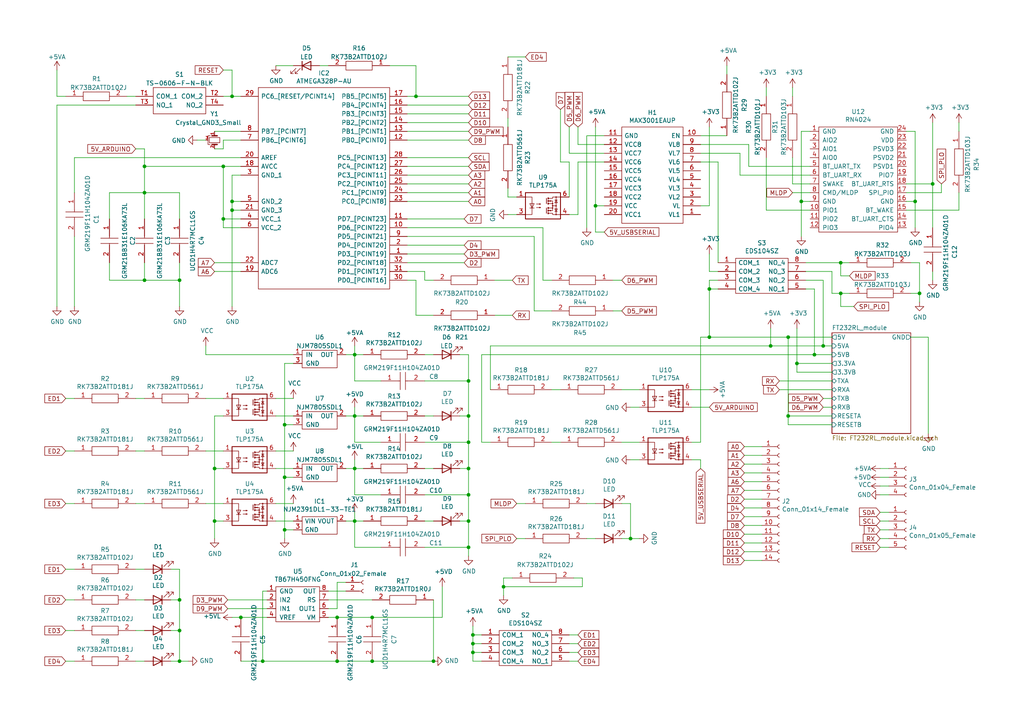
<source format=kicad_sch>
(kicad_sch (version 20230121) (generator eeschema)
  (paper "A4")
  (title_block (title "Bidirectional Serial Communication System") (date "2021-08-24") (company "Kaiyo Academy Robot Club") (comment 1 "Made by Mitsuyoshi Sugaya (Rescue department manager 12th)") (comment 2 "Kaiyo Academy Robot Club") (comment 3 "2021 Common Project") (comment 4 "RN4024 comunication module"))
  (junction (at 135.89 158.75))
  (junction (at 102.87 151.13))
  (junction (at 102.87 135.89))
  (junction (at 82.55 138.43))
  (junction (at 205.74 83.82))
  (junction (at 205.74 97.79))
  (junction (at 270.51 53.34))
  (junction (at 231.14 105.41))
  (junction (at 135.89 120.65))
  (junction (at 135.89 151.13))
  (junction (at 69.85 179.07))
  (junction (at 67.31 60.96))
  (junction (at 135.89 135.89))
  (junction (at 120.65 27.94))
  (junction (at 41.91 55.88))
  (junction (at 52.07 182.88))
  (junction (at 232.41 58.42))
  (junction (at 82.55 153.67))
  (junction (at 228.6 120.65))
  (junction (at 125.73 191.77))
  (junction (at 52.07 173.99))
  (junction (at 228.6 97.79))
  (junction (at 266.7 85.09))
  (junction (at 182.88 156.21))
  (junction (at 64.77 48.26))
  (junction (at 146.05 170.18))
  (junction (at 236.22 102.87))
  (junction (at 107.95 179.07))
  (junction (at 102.87 120.65))
  (junction (at 41.91 48.26))
  (junction (at 62.23 135.89))
  (junction (at 97.79 179.07))
  (junction (at 107.95 191.77))
  (junction (at 135.89 143.51))
  (junction (at 223.52 100.33))
  (junction (at 172.72 59.69))
  (junction (at 135.89 110.49))
  (junction (at 238.76 100.33))
  (junction (at 243.84 76.2))
  (junction (at 41.91 81.28))
  (junction (at 67.31 58.42))
  (junction (at 76.2 191.77))
  (junction (at 82.55 123.19))
  (junction (at 52.07 191.77))
  (junction (at 135.89 128.27))
  (junction (at 265.43 58.42))
  (junction (at 64.77 63.5))
  (junction (at 97.79 191.77))
  (junction (at 137.16 186.69))
  (junction (at 137.16 189.23))
  (junction (at 67.31 27.94))
  (junction (at 52.07 81.28))
  (junction (at 243.84 85.09))
  (junction (at 137.16 184.15))
  (junction (at 102.87 102.87))
  (junction (at 62.23 151.13))
  (wire (pts (xy 77.47 171.45) (xy 76.2 171.45)))
  (wire (pts (xy 118.11 76.2) (xy 134.62 76.2)))
  (wire (pts (xy 142.24 100.33) (xy 223.52 100.33)))
  (wire (pts (xy 236.22 83.82) (xy 236.22 102.87)))
  (wire (pts (xy 118.11 78.74) (xy 123.19 78.74)))
  (wire (pts (xy 226.06 113.03) (xy 241.3 113.03)))
  (wire (pts (xy 147.32 62.23) (xy 149.86 62.23)))
  (wire (pts (xy 214.63 50.8) (xy 234.95 50.8)))
  (wire (pts (xy 62.23 120.65) (xy 62.23 135.89)))
  (wire (pts (xy 238.76 118.11) (xy 241.3 118.11)))
  (wire (pts (xy 152.4 146.05) (xy 149.86 146.05)))
  (wire (pts (xy 102.87 135.89) (xy 102.87 133.35)))
  (wire (pts (xy 123.19 151.13) (xy 125.73 151.13)))
  (wire (pts (xy 264.16 97.79) (xy 269.24 97.79)))
  (wire (pts (xy 205.74 83.82) (xy 205.74 97.79)))
  (wire (pts (xy 185.42 118.11) (xy 182.88 118.11)))
  (wire (pts (xy 214.63 44.45) (xy 214.63 50.8)))
  (wire (pts (xy 97.79 191.77) (xy 107.95 191.77)))
  (wire (pts (xy 135.89 161.29) (xy 135.89 158.75)))
  (wire (pts (xy 19.05 115.57) (xy 21.59 115.57)))
  (wire (pts (xy 69.85 58.42) (xy 67.31 58.42)))
  (wire (pts (xy 215.9 129.54) (xy 220.98 129.54)))
  (wire (pts (xy 205.74 97.79) (xy 228.6 97.79)))
  (wire (pts (xy 21.59 88.9) (xy 21.59 68.58)))
  (wire (pts (xy 137.16 184.15) (xy 137.16 186.69)))
  (wire (pts (xy 64.77 48.26) (xy 64.77 63.5)))
  (wire (pts (xy 262.89 53.34) (xy 270.51 53.34)))
  (wire (pts (xy 118.11 71.12) (xy 134.62 71.12)))
  (wire (pts (xy 67.31 20.32) (xy 67.31 27.94)))
  (wire (pts (xy 118.11 40.64) (xy 135.89 40.64)))
  (wire (pts (xy 146.05 170.18) (xy 146.05 172.72)))
  (wire (pts (xy 64.77 40.64) (xy 69.85 40.64)))
  (wire (pts (xy 67.31 88.9) (xy 67.31 60.96)))
  (wire (pts (xy 16.51 88.9) (xy 16.51 30.48)))
  (wire (pts (xy 19.05 173.99) (xy 21.59 173.99)))
  (wire (pts (xy 102.87 102.87) (xy 105.41 102.87)))
  (wire (pts (xy 278.13 35.56) (xy 278.13 38.1)))
  (wire (pts (xy 165.1 191.77) (xy 167.64 191.77)))
  (wire (pts (xy 135.89 110.49) (xy 135.89 120.65)))
  (wire (pts (xy 102.87 158.75) (xy 110.49 158.75)))
  (wire (pts (xy 39.37 115.57) (xy 41.91 115.57)))
  (wire (pts (xy 215.9 160.02) (xy 220.98 160.02)))
  (wire (pts (xy 62.23 43.18) (xy 64.77 43.18)))
  (wire (pts (xy 69.85 179.07) (xy 77.47 179.07)))
  (wire (pts (xy 118.11 45.72) (xy 135.89 45.72)))
  (wire (pts (xy 231.14 107.95) (xy 241.3 107.95)))
  (wire (pts (xy 203.2 133.35) (xy 203.2 135.89)))
  (wire (pts (xy 162.56 31.75) (xy 162.56 46.99)))
  (wire (pts (xy 19.05 191.77) (xy 21.59 191.77)))
  (wire (pts (xy 168.91 170.18) (xy 168.91 167.64)))
  (wire (pts (xy 19.05 182.88) (xy 21.59 182.88)))
  (wire (pts (xy 123.19 120.65) (xy 125.73 120.65)))
  (wire (pts (xy 82.55 123.19) (xy 85.09 123.19)))
  (wire (pts (xy 41.91 63.5) (xy 41.91 55.88)))
  (wire (pts (xy 102.87 102.87) (xy 102.87 100.33)))
  (wire (pts (xy 102.87 143.51) (xy 110.49 143.51)))
  (wire (pts (xy 205.74 73.66) (xy 205.74 78.74)))
  (wire (pts (xy 39.37 191.77) (xy 41.91 191.77)))
  (wire (pts (xy 177.8 81.28) (xy 180.34 81.28)))
  (wire (pts (xy 100.33 135.89) (xy 102.87 135.89)))
  (wire (pts (xy 146.05 170.18) (xy 168.91 170.18)))
  (wire (pts (xy 95.25 173.99) (xy 107.95 173.99)))
  (wire (pts (xy 80.01 146.05) (xy 85.09 146.05)))
  (wire (pts (xy 49.53 165.1) (xy 52.07 165.1)))
  (wire (pts (xy 233.68 78.74) (xy 241.3 78.74)))
  (wire (pts (xy 123.19 128.27) (xy 135.89 128.27)))
  (wire (pts (xy 49.53 173.99) (xy 52.07 173.99)))
  (wire (pts (xy 137.16 189.23) (xy 139.7 189.23)))
  (wire (pts (xy 69.85 66.04) (xy 64.77 66.04)))
  (wire (pts (xy 135.89 128.27) (xy 135.89 120.65)))
  (wire (pts (xy 85.09 105.41) (xy 82.55 105.41)))
  (wire (pts (xy 133.35 135.89) (xy 135.89 135.89)))
  (wire (pts (xy 95.25 19.05) (xy 92.71 19.05)))
  (wire (pts (xy 113.03 19.05) (xy 120.65 19.05)))
  (wire (pts (xy 39.37 130.81) (xy 41.91 130.81)))
  (wire (pts (xy 255.27 148.59) (xy 257.81 148.59)))
  (wire (pts (xy 255.27 156.21) (xy 257.81 156.21)))
  (wire (pts (xy 123.19 135.89) (xy 125.73 135.89)))
  (wire (pts (xy 82.55 153.67) (xy 85.09 153.67)))
  (wire (pts (xy 118.11 58.42) (xy 135.89 58.42)))
  (wire (pts (xy 170.18 156.21) (xy 172.72 156.21)))
  (wire (pts (xy 172.72 67.31) (xy 172.72 59.69)))
  (wire (pts (xy 238.76 115.57) (xy 241.3 115.57)))
  (wire (pts (xy 154.94 68.58) (xy 154.94 90.17)))
  (wire (pts (xy 107.95 179.07) (xy 128.27 179.07)))
  (wire (pts (xy 270.51 81.28) (xy 270.51 78.74)))
  (wire (pts (xy 147.32 57.15) (xy 149.86 57.15)))
  (wire (pts (xy 243.84 85.09) (xy 243.84 88.9)))
  (wire (pts (xy 228.6 97.79) (xy 228.6 120.65)))
  (wire (pts (xy 142.24 113.03) (xy 142.24 100.33)))
  (wire (pts (xy 167.64 62.23) (xy 167.64 46.99)))
  (wire (pts (xy 67.31 50.8) (xy 67.31 58.42)))
  (wire (pts (xy 215.9 157.48) (xy 220.98 157.48)))
  (wire (pts (xy 52.07 55.88) (xy 52.07 63.5)))
  (wire (pts (xy 69.85 191.77) (xy 76.2 191.77)))
  (wire (pts (xy 41.91 48.26) (xy 41.91 43.18)))
  (wire (pts (xy 172.72 59.69) (xy 175.26 59.69)))
  (wire (pts (xy 205.74 83.82) (xy 205.74 81.28)))
  (wire (pts (xy 175.26 67.31) (xy 172.72 67.31)))
  (wire (pts (xy 66.04 176.53) (xy 77.47 176.53)))
  (wire (pts (xy 255.27 138.43) (xy 257.81 138.43)))
  (wire (pts (xy 64.77 27.94) (xy 67.31 27.94)))
  (wire (pts (xy 255.27 151.13) (xy 257.81 151.13)))
  (wire (pts (xy 229.87 25.4) (xy 229.87 27.94)))
  (wire (pts (xy 217.17 41.91) (xy 217.17 48.26)))
  (wire (pts (xy 139.7 102.87) (xy 236.22 102.87)))
  (wire (pts (xy 41.91 55.88) (xy 41.91 48.26)))
  (wire (pts (xy 95.25 176.53) (xy 97.79 176.53)))
  (wire (pts (xy 215.9 152.4) (xy 220.98 152.4)))
  (wire (pts (xy 102.87 120.65) (xy 102.87 128.27)))
  (wire (pts (xy 52.07 165.1) (xy 52.07 173.99)))
  (wire (pts (xy 215.9 137.16) (xy 220.98 137.16)))
  (wire (pts (xy 102.87 128.27) (xy 110.49 128.27)))
  (wire (pts (xy 133.35 151.13) (xy 135.89 151.13)))
  (wire (pts (xy 59.69 102.87) (xy 85.09 102.87)))
  (wire (pts (xy 200.66 118.11) (xy 205.74 118.11)))
  (wire (pts (xy 118.11 81.28) (xy 120.65 81.28)))
  (wire (pts (xy 146.05 167.64) (xy 148.59 167.64)))
  (wire (pts (xy 185.42 133.35) (xy 182.88 133.35)))
  (wire (pts (xy 133.35 102.87) (xy 135.89 102.87)))
  (wire (pts (xy 265.43 58.42) (xy 262.89 58.42)))
  (wire (pts (xy 21.59 45.72) (xy 69.85 45.72)))
  (wire (pts (xy 243.84 80.01) (xy 243.84 76.2)))
  (wire (pts (xy 262.89 60.96) (xy 278.13 60.96)))
  (wire (pts (xy 135.89 50.8) (xy 118.11 50.8)))
  (wire (pts (xy 80.01 130.81) (xy 85.09 130.81)))
  (wire (pts (xy 262.89 55.88) (xy 273.05 55.88)))
  (wire (pts (xy 19.05 130.81) (xy 21.59 130.81)))
  (wire (pts (xy 69.85 63.5) (xy 64.77 63.5)))
  (wire (pts (xy 39.37 182.88) (xy 41.91 182.88)))
  (wire (pts (xy 147.32 34.29) (xy 147.32 36.83)))
  (wire (pts (xy 167.64 46.99) (xy 175.26 46.99)))
  (wire (pts (xy 177.8 90.17) (xy 180.34 90.17)))
  (wire (pts (xy 97.79 179.07) (xy 107.95 179.07)))
  (wire (pts (xy 62.23 78.74) (xy 69.85 78.74)))
  (wire (pts (xy 82.55 105.41) (xy 82.55 123.19)))
  (wire (pts (xy 215.9 149.86) (xy 220.98 149.86)))
  (wire (pts (xy 215.9 139.7) (xy 220.98 139.7)))
  (wire (pts (xy 146.05 167.64) (xy 146.05 170.18)))
  (wire (pts (xy 222.25 45.72) (xy 222.25 60.96)))
  (wire (pts (xy 205.74 81.28) (xy 208.28 81.28)))
  (wire (pts (xy 59.69 100.33) (xy 59.69 102.87)))
  (wire (pts (xy 67.31 58.42) (xy 67.31 60.96)))
  (wire (pts (xy 123.19 110.49) (xy 135.89 110.49)))
  (wire (pts (xy 80.01 19.05) (xy 85.09 19.05)))
  (wire (pts (xy 265.43 38.1) (xy 265.43 58.42)))
  (wire (pts (xy 102.87 135.89) (xy 105.41 135.89)))
  (wire (pts (xy 36.83 27.94) (xy 39.37 27.94)))
  (wire (pts (xy 82.55 138.43) (xy 85.09 138.43)))
  (wire (pts (xy 41.91 81.28) (xy 52.07 81.28)))
  (wire (pts (xy 264.16 85.09) (xy 266.7 85.09)))
  (wire (pts (xy 262.89 38.1) (xy 265.43 38.1)))
  (wire (pts (xy 123.19 81.28) (xy 125.73 81.28)))
  (wire (pts (xy 203.2 128.27) (xy 203.2 97.79)))
  (wire (pts (xy 172.72 36.83) (xy 172.72 59.69)))
  (wire (pts (xy 62.23 135.89) (xy 64.77 135.89)))
  (wire (pts (xy 142.24 128.27) (xy 139.7 128.27)))
  (wire (pts (xy 82.55 156.21) (xy 82.55 153.67)))
  (wire (pts (xy 118.11 38.1) (xy 135.89 38.1)))
  (wire (pts (xy 231.14 105.41) (xy 231.14 107.95)))
  (wire (pts (xy 76.2 171.45) (xy 76.2 191.77)))
  (wire (pts (xy 102.87 110.49) (xy 110.49 110.49)))
  (wire (pts (xy 160.02 113.03) (xy 162.56 113.03)))
  (wire (pts (xy 208.28 46.99) (xy 208.28 76.2)))
  (wire (pts (xy 52.07 182.88) (xy 52.07 191.77)))
  (wire (pts (xy 243.84 85.09) (xy 246.38 85.09)))
  (wire (pts (xy 125.73 191.77) (xy 125.73 173.99)))
  (wire (pts (xy 165.1 46.99) (xy 165.1 57.15)))
  (wire (pts (xy 107.95 191.77) (xy 125.73 191.77)))
  (wire (pts (xy 41.91 55.88) (xy 52.07 55.88)))
  (wire (pts (xy 215.9 162.56) (xy 220.98 162.56)))
  (wire (pts (xy 120.65 27.94) (xy 135.89 27.94)))
  (wire (pts (xy 97.79 168.91) (xy 100.33 168.91)))
  (wire (pts (xy 223.52 100.33) (xy 238.76 100.33)))
  (wire (pts (xy 229.87 45.72) (xy 229.87 53.34)))
  (wire (pts (xy 41.91 48.26) (xy 64.77 48.26)))
  (wire (pts (xy 243.84 88.9) (xy 247.65 88.9)))
  (wire (pts (xy 165.1 186.69) (xy 167.64 186.69)))
  (wire (pts (xy 102.87 120.65) (xy 102.87 118.11)))
  (wire (pts (xy 205.74 59.69) (xy 205.74 36.83)))
  (wire (pts (xy 238.76 100.33) (xy 241.3 100.33)))
  (wire (pts (xy 137.16 191.77) (xy 139.7 191.77)))
  (wire (pts (xy 19.05 165.1) (xy 21.59 165.1)))
  (wire (pts (xy 80.01 115.57) (xy 85.09 115.57)))
  (wire (pts (xy 31.75 76.2) (xy 31.75 81.28)))
  (wire (pts (xy 139.7 128.27) (xy 139.7 102.87)))
  (wire (pts (xy 215.9 154.94) (xy 220.98 154.94)))
  (wire (pts (xy 123.19 158.75) (xy 135.89 158.75)))
  (wire (pts (xy 255.27 143.51) (xy 257.81 143.51)))
  (wire (pts (xy 49.53 182.88) (xy 52.07 182.88)))
  (wire (pts (xy 82.55 138.43) (xy 82.55 153.67)))
  (wire (pts (xy 31.75 55.88) (xy 41.91 55.88)))
  (wire (pts (xy 203.2 59.69) (xy 205.74 59.69)))
  (wire (pts (xy 137.16 184.15) (xy 139.7 184.15)))
  (wire (pts (xy 31.75 81.28) (xy 41.91 81.28)))
  (wire (pts (xy 52.07 81.28) (xy 52.07 88.9)))
  (wire (pts (xy 59.69 115.57) (xy 64.77 115.57)))
  (wire (pts (xy 118.11 30.48) (xy 135.89 30.48)))
  (wire (pts (xy 228.6 97.79) (xy 241.3 97.79)))
  (wire (pts (xy 62.23 38.1) (xy 69.85 38.1)))
  (wire (pts (xy 215.9 132.08) (xy 220.98 132.08)))
  (wire (pts (xy 67.31 179.07) (xy 69.85 179.07)))
  (wire (pts (xy 147.32 16.51) (xy 152.4 16.51)))
  (wire (pts (xy 62.23 156.21) (xy 62.23 151.13)))
  (wire (pts (xy 102.87 120.65) (xy 105.41 120.65)))
  (wire (pts (xy 19.05 146.05) (xy 21.59 146.05)))
  (wire (pts (xy 102.87 151.13) (xy 105.41 151.13)))
  (wire (pts (xy 69.85 50.8) (xy 67.31 50.8)))
  (wire (pts (xy 226.06 110.49) (xy 241.3 110.49)))
  (wire (pts (xy 255.27 153.67) (xy 257.81 153.67)))
  (wire (pts (xy 231.14 95.25) (xy 231.14 105.41)))
  (wire (pts (xy 255.27 140.97) (xy 257.81 140.97)))
  (wire (pts (xy 135.89 110.49) (xy 135.89 102.87)))
  (wire (pts (xy 233.68 76.2) (xy 243.84 76.2)))
  (wire (pts (xy 170.18 146.05) (xy 172.72 146.05)))
  (wire (pts (xy 21.59 45.72) (xy 21.59 55.88)))
  (wire (pts (xy 215.9 147.32) (xy 220.98 147.32)))
  (wire (pts (xy 16.51 20.32) (xy 16.51 27.94)))
  (wire (pts (xy 167.64 41.91) (xy 175.26 41.91)))
  (wire (pts (xy 229.87 55.88) (xy 234.95 55.88)))
  (wire (pts (xy 229.87 53.34) (xy 234.95 53.34)))
  (wire (pts (xy 67.31 27.94) (xy 69.85 27.94)))
  (wire (pts (xy 241.3 78.74) (xy 241.3 85.09)))
  (wire (pts (xy 165.1 62.23) (xy 167.64 62.23)))
  (wire (pts (xy 118.11 66.04) (xy 157.48 66.04)))
  (wire (pts (xy 82.55 123.19) (xy 82.55 138.43)))
  (wire (pts (xy 16.51 30.48) (xy 39.37 30.48)))
  (wire (pts (xy 165.1 184.15) (xy 167.64 184.15)))
  (wire (pts (xy 203.2 39.37) (xy 210.82 39.37)))
  (wire (pts (xy 266.7 85.09) (xy 266.7 87.63)))
  (wire (pts (xy 241.3 85.09) (xy 243.84 85.09)))
  (wire (pts (xy 118.11 35.56) (xy 135.89 35.56)))
  (wire (pts (xy 59.69 146.05) (xy 64.77 146.05)))
  (wire (pts (xy 273.05 55.88) (xy 273.05 53.34)))
  (wire (pts (xy 120.65 81.28) (xy 120.65 91.44)))
  (wire (pts (xy 234.95 58.42) (xy 232.41 58.42)))
  (wire (pts (xy 154.94 90.17) (xy 160.02 90.17)))
  (wire (pts (xy 120.65 19.05) (xy 120.65 27.94)))
  (wire (pts (xy 167.64 36.83) (xy 167.64 41.91)))
  (wire (pts (xy 52.07 81.28) (xy 52.07 76.2)))
  (wire (pts (xy 165.1 189.23) (xy 167.64 189.23)))
  (wire (pts (xy 62.23 76.2) (xy 69.85 76.2)))
  (wire (pts (xy 160.02 128.27) (xy 162.56 128.27)))
  (wire (pts (xy 231.14 105.41) (xy 241.3 105.41)))
  (wire (pts (xy 118.11 73.66) (xy 134.62 73.66)))
  (wire (pts (xy 200.66 128.27) (xy 203.2 128.27)))
  (wire (pts (xy 118.11 68.58) (xy 154.94 68.58)))
  (wire (pts (xy 228.6 123.19) (xy 241.3 123.19)))
  (wire (pts (xy 264.16 76.2) (xy 266.7 76.2)))
  (wire (pts (xy 223.52 95.25) (xy 223.52 100.33)))
  (wire (pts (xy 118.11 48.26) (xy 135.89 48.26)))
  (wire (pts (xy 215.9 134.62) (xy 220.98 134.62)))
  (wire (pts (xy 137.16 189.23) (xy 137.16 191.77)))
  (wire (pts (xy 62.23 135.89) (xy 62.23 151.13)))
  (wire (pts (xy 133.35 120.65) (xy 135.89 120.65)))
  (wire (pts (xy 266.7 76.2) (xy 266.7 85.09)))
  (wire (pts (xy 100.33 151.13) (xy 102.87 151.13)))
  (wire (pts (xy 203.2 46.99) (xy 208.28 46.99)))
  (wire (pts (xy 137.16 186.69) (xy 137.16 189.23)))
  (wire (pts (xy 228.6 120.65) (xy 228.6 123.19)))
  (wire (pts (xy 232.41 58.42) (xy 232.41 38.1)))
  (wire (pts (xy 180.34 128.27) (xy 185.42 128.27)))
  (wire (pts (xy 118.11 53.34) (xy 135.89 53.34)))
  (wire (pts (xy 135.89 128.27) (xy 135.89 135.89)))
  (wire (pts (xy 152.4 156.21) (xy 149.86 156.21)))
  (wire (pts (xy 232.41 68.58) (xy 232.41 58.42)))
  (wire (pts (xy 69.85 48.26) (xy 64.77 48.26)))
  (wire (pts (xy 62.23 151.13) (xy 64.77 151.13)))
  (wire (pts (xy 102.87 151.13) (xy 102.87 158.75)))
  (wire (pts (xy 52.07 173.99) (xy 52.07 182.88)))
  (wire (pts (xy 165.1 44.45) (xy 175.26 44.45)))
  (wire (pts (xy 76.2 191.77) (xy 97.79 191.77)))
  (wire (pts (xy 39.37 165.1) (xy 41.91 165.1)))
  (wire (pts (xy 157.48 66.04) (xy 157.48 81.28)))
  (wire (pts (xy 31.75 63.5) (xy 31.75 55.88)))
  (wire (pts (xy 102.87 135.89) (xy 102.87 143.51)))
  (wire (pts (xy 135.89 143.51) (xy 135.89 135.89)))
  (wire (pts (xy 203.2 97.79) (xy 205.74 97.79)))
  (wire (pts (xy 64.77 63.5) (xy 64.77 66.04)))
  (wire (pts (xy 185.42 156.21) (xy 182.88 156.21)))
  (wire (pts (xy 135.89 151.13) (xy 135.89 143.51)))
  (wire (pts (xy 200.66 133.35) (xy 203.2 133.35)))
  (wire (pts (xy 236.22 102.87) (xy 241.3 102.87)))
  (wire (pts (xy 170.18 39.37) (xy 175.26 39.37)))
  (wire (pts (xy 222.25 60.96) (xy 234.95 60.96)))
  (wire (pts (xy 118.11 27.94) (xy 120.65 27.94)))
  (wire (pts (xy 203.2 41.91) (xy 217.17 41.91)))
  (wire (pts (xy 67.31 20.32) (xy 64.77 20.32)))
  (wire (pts (xy 270.51 53.34) (xy 270.51 66.04)))
  (wire (pts (xy 118.11 55.88) (xy 135.89 55.88)))
  (wire (pts (xy 16.51 27.94) (xy 19.05 27.94)))
  (wire (pts (xy 180.34 113.03) (xy 185.42 113.03)))
  (wire (pts (xy 128.27 179.07) (xy 128.27 170.18)))
  (wire (pts (xy 215.9 142.24) (xy 220.98 142.24)))
  (wire (pts (xy 97.79 176.53) (xy 97.79 168.91)))
  (wire (pts (xy 143.51 91.44) (xy 148.59 91.44)))
  (wire (pts (xy 205.74 78.74) (xy 208.28 78.74)))
  (wire (pts (xy 137.16 186.69) (xy 139.7 186.69)))
  (wire (pts (xy 135.89 158.75) (xy 135.89 151.13)))
  (wire (pts (xy 200.66 113.03) (xy 205.74 113.03)))
  (wire (pts (xy 118.11 33.02) (xy 135.89 33.02)))
  (wire (pts (xy 210.82 21.59) (xy 210.82 19.05)))
  (wire (pts (xy 41.91 81.28) (xy 41.91 76.2)))
  (wire (pts (xy 182.88 146.05) (xy 182.88 156.21)))
  (wire (pts (xy 233.68 83.82) (xy 236.22 83.82)))
  (wire (pts (xy 100.33 102.87) (xy 102.87 102.87)))
  (wire (pts (xy 162.56 46.99) (xy 165.1 46.99)))
  (wire (pts (xy 243.84 80.01) (xy 246.38 80.01)))
  (wire (pts (xy 228.6 120.65) (xy 241.3 120.65)))
  (wire (pts (xy 59.69 130.81) (xy 64.77 130.81)))
  (wire (pts (xy 147.32 57.15) (xy 147.32 54.61)))
  (wire (pts (xy 238.76 81.28) (xy 238.76 100.33)))
  (wire (pts (xy 255.27 135.89) (xy 257.81 135.89)))
  (wire (pts (xy 67.31 60.96) (xy 69.85 60.96)))
  (wire (pts (xy 52.07 191.77) (xy 54.61 191.77)))
  (wire (pts (xy 243.84 76.2) (xy 246.38 76.2)))
  (wire (pts (xy 39.37 146.05) (xy 41.91 146.05)))
  (wire (pts (xy 80.01 151.13) (xy 85.09 151.13)))
  (wire (pts (xy 265.43 66.04) (xy 265.43 58.42)))
  (wire (pts (xy 170.18 66.04) (xy 170.18 39.37)))
  (wire (pts (xy 157.48 81.28) (xy 160.02 81.28)))
  (wire (pts (xy 95.25 171.45) (xy 100.33 171.45)))
  (wire (pts (xy 80.01 120.65) (xy 85.09 120.65)))
  (wire (pts (xy 203.2 44.45) (xy 214.63 44.45)))
  (wire (pts (xy 269.24 97.79) (xy 269.24 125.73)))
  (wire (pts (xy 143.51 81.28) (xy 148.59 81.28)))
  (wire (pts (xy 57.15 40.64) (xy 59.69 40.64)))
  (wire (pts (xy 222.25 27.94) (xy 222.25 25.4)))
  (wire (pts (xy 208.28 83.82) (xy 205.74 83.82)))
  (wire (pts (xy 39.37 173.99) (xy 41.91 173.99)))
  (wire (pts (xy 41.91 43.18) (xy 39.37 43.18)))
  (wire (pts (xy 64.77 120.65) (xy 62.23 120.65)))
  (wire (pts (xy 233.68 81.28) (xy 238.76 81.28)))
  (wire (pts (xy 102.87 102.87) (xy 102.87 110.49)))
  (wire (pts (xy 278.13 60.96) (xy 278.13 55.88)))
  (wire (pts (xy 123.19 143.51) (xy 135.89 143.51)))
  (wire (pts (xy 102.87 151.13) (xy 102.87 148.59)))
  (wire (pts (xy 100.33 120.65) (xy 102.87 120.65)))
  (wire (pts (xy 80.01 135.89) (xy 85.09 135.89)))
  (wire (pts (xy 270.51 35.56) (xy 270.51 53.34)))
  (wire (pts (xy 217.17 48.26) (xy 234.95 48.26)))
  (wire (pts (xy 232.41 38.1) (xy 234.95 38.1)))
  (wire (pts (xy 95.25 179.07) (xy 97.79 179.07)))
  (wire (pts (xy 123.19 78.74) (xy 123.19 81.28)))
  (wire (pts (xy 64.77 43.18) (xy 64.77 40.64)))
  (wire (pts (xy 118.11 63.5) (xy 134.62 63.5)))
  (wire (pts (xy 255.27 158.75) (xy 257.81 158.75)))
  (wire (pts (xy 120.65 91.44) (xy 125.73 91.44)))
  (wire (pts (xy 137.16 184.15) (xy 137.16 181.61)))
  (wire (pts (xy 123.19 102.87) (xy 125.73 102.87)))
  (wire (pts (xy 168.91 167.64) (xy 166.37 167.64)))
  (wire (pts (xy 52.07 191.77) (xy 49.53 191.77)))
  (wire (pts (xy 215.9 144.78) (xy 220.98 144.78)))
  (wire (pts (xy 180.34 146.05) (xy 182.88 146.05)))
  (wire (pts (xy 182.88 156.21) (xy 180.34 156.21)))
  (wire (pts (xy 66.04 173.99) (xy 77.47 173.99)))
  (wire (pts (xy 165.1 36.83) (xy 165.1 44.45)))
  (global_label "D4" (shape input) (at 134.62 71.12 0) (property "Intersheetrefs" "${INTERSHEET_REFS}" (effects hide)))
  (global_label "ED4" (shape input) (at 167.64 191.77 0) (property "Intersheetrefs" "${INTERSHEET_REFS}" (effects hide)))
  (global_label "RX" (shape input) (at 148.59 91.44 0) (property "Intersheetrefs" "${INTERSHEET_REFS}" (effects hide)))
  (global_label "D12" (shape input) (at 215.9 160.02 180) (property "Intersheetrefs" "${INTERSHEET_REFS}" (effects hide)))
  (global_label "A3" (shape input) (at 215.9 137.16 180) (property "Intersheetrefs" "${INTERSHEET_REFS}" (effects hide)))
  (global_label "D11" (shape input) (at 135.89 33.02 0) (property "Intersheetrefs" "${INTERSHEET_REFS}" (effects hide)))
  (global_label "D6_PWM" (shape input) (at 167.64 36.83 90) (property "Intersheetrefs" "${INTERSHEET_REFS}" (effects hide)))
  (global_label "ED3" (shape input) (at 19.05 182.88 180) (property "Intersheetrefs" "${INTERSHEET_REFS}" (effects hide)))
  (global_label "A7" (shape input) (at 215.9 142.24 180) (property "Intersheetrefs" "${INTERSHEET_REFS}" (effects hide)))
  (global_label "D6_PWM" (shape input) (at 238.76 118.11 180) (property "Intersheetrefs" "${INTERSHEET_REFS}" (effects hide)))
  (global_label "ED3" (shape input) (at 19.05 146.05 180) (property "Intersheetrefs" "${INTERSHEET_REFS}" (effects hide)))
  (global_label "ED2" (shape input) (at 19.05 173.99 180) (property "Intersheetrefs" "${INTERSHEET_REFS}" (effects hide)))
  (global_label "RESET" (shape input) (at 255.27 158.75 180) (property "Intersheetrefs" "${INTERSHEET_REFS}" (effects hide)))
  (global_label "D9_PWM" (shape input) (at 135.89 38.1 0) (property "Intersheetrefs" "${INTERSHEET_REFS}" (effects hide)))
  (global_label "D2" (shape input) (at 215.9 144.78 180) (property "Intersheetrefs" "${INTERSHEET_REFS}" (effects hide)))
  (global_label "D10" (shape input) (at 215.9 154.94 180) (property "Intersheetrefs" "${INTERSHEET_REFS}" (effects hide)))
  (global_label "SDA" (shape input) (at 135.89 48.26 0) (property "Intersheetrefs" "${INTERSHEET_REFS}" (effects hide)))
  (global_label "D7" (shape input) (at 215.9 149.86 180) (property "Intersheetrefs" "${INTERSHEET_REFS}" (effects hide)))
  (global_label "D8" (shape input) (at 215.9 152.4 180) (property "Intersheetrefs" "${INTERSHEET_REFS}" (effects hide)))
  (global_label "D7" (shape input) (at 162.56 31.75 90) (property "Intersheetrefs" "${INTERSHEET_REFS}" (effects hide)))
  (global_label "A6" (shape input) (at 62.23 78.74 180) (property "Intersheetrefs" "${INTERSHEET_REFS}" (effects hide)))
  (global_label "D7" (shape input) (at 134.62 63.5 0) (property "Intersheetrefs" "${INTERSHEET_REFS}" (effects hide)))
  (global_label "TX" (shape input) (at 255.27 153.67 180) (property "Intersheetrefs" "${INTERSHEET_REFS}" (effects hide)))
  (global_label "5V_ARDUINO" (shape input) (at 39.37 43.18 180) (property "Intersheetrefs" "${INTERSHEET_REFS}" (effects hide)))
  (global_label "A1" (shape input) (at 215.9 132.08 180) (property "Intersheetrefs" "${INTERSHEET_REFS}" (effects hide)))
  (global_label "ED2" (shape input) (at 19.05 130.81 180) (property "Intersheetrefs" "${INTERSHEET_REFS}" (effects hide)))
  (global_label "A2" (shape input) (at 215.9 134.62 180) (property "Intersheetrefs" "${INTERSHEET_REFS}" (effects hide)))
  (global_label "ED3" (shape input) (at 167.64 189.23 0) (property "Intersheetrefs" "${INTERSHEET_REFS}" (effects hide)))
  (global_label "RX" (shape input) (at 226.06 110.49 180) (property "Intersheetrefs" "${INTERSHEET_REFS}" (effects hide)))
  (global_label "SCL" (shape input) (at 135.89 45.72 0) (property "Intersheetrefs" "${INTERSHEET_REFS}" (effects hide)))
  (global_label "D4" (shape input) (at 215.9 147.32 180) (property "Intersheetrefs" "${INTERSHEET_REFS}" (effects hide)))
  (global_label "D3_PWM" (shape input) (at 134.62 73.66 0) (property "Intersheetrefs" "${INTERSHEET_REFS}" (effects hide)))
  (global_label "SPI_PLO" (shape input) (at 247.65 88.9 0) (property "Intersheetrefs" "${INTERSHEET_REFS}" (effects hide)))
  (global_label "D5_PWM" (shape input) (at 238.76 115.57 180) (property "Intersheetrefs" "${INTERSHEET_REFS}" (effects hide)))
  (global_label "SDA" (shape input) (at 255.27 148.59 180) (property "Intersheetrefs" "${INTERSHEET_REFS}" (effects hide)))
  (global_label "TX" (shape input) (at 148.59 81.28 0) (property "Intersheetrefs" "${INTERSHEET_REFS}" (effects hide)))
  (global_label "D13" (shape input) (at 135.89 27.94 0) (property "Intersheetrefs" "${INTERSHEET_REFS}" (effects hide)))
  (global_label "A1" (shape input) (at 135.89 55.88 0) (property "Intersheetrefs" "${INTERSHEET_REFS}" (effects hide)))
  (global_label "A0" (shape input) (at 215.9 129.54 180) (property "Intersheetrefs" "${INTERSHEET_REFS}" (effects hide)))
  (global_label "5V_ARDUINO" (shape input) (at 205.74 118.11 0) (property "Intersheetrefs" "${INTERSHEET_REFS}" (effects hide)))
  (global_label "A0" (shape input) (at 135.89 58.42 0) (property "Intersheetrefs" "${INTERSHEET_REFS}" (effects hide)))
  (global_label "ED4" (shape input) (at 152.4 16.51 0) (property "Intersheetrefs" "${INTERSHEET_REFS}" (effects hide)))
  (global_label "A7" (shape input) (at 62.23 76.2 180) (property "Intersheetrefs" "${INTERSHEET_REFS}" (effects hide)))
  (global_label "D8" (shape input) (at 135.89 40.64 0) (property "Intersheetrefs" "${INTERSHEET_REFS}" (effects hide)))
  (global_label "SCL" (shape input) (at 255.27 151.13 180) (property "Intersheetrefs" "${INTERSHEET_REFS}" (effects hide)))
  (global_label "D10" (shape input) (at 135.89 35.56 0) (property "Intersheetrefs" "${INTERSHEET_REFS}" (effects hide)))
  (global_label "MLDP" (shape input) (at 246.38 80.01 0) (property "Intersheetrefs" "${INTERSHEET_REFS}" (effects hide)))
  (global_label "A3" (shape input) (at 135.89 50.8 0) (property "Intersheetrefs" "${INTERSHEET_REFS}" (effects hide)))
  (global_label "D5_PWM" (shape input) (at 180.34 90.17 0) (property "Intersheetrefs" "${INTERSHEET_REFS}" (effects hide)))
  (global_label "SPI_PLO" (shape input) (at 149.86 156.21 180) (property "Intersheetrefs" "${INTERSHEET_REFS}" (effects hide)))
  (global_label "D12" (shape input) (at 135.89 30.48 0) (property "Intersheetrefs" "${INTERSHEET_REFS}" (effects hide)))
  (global_label "D2" (shape input) (at 134.62 76.2 0) (property "Intersheetrefs" "${INTERSHEET_REFS}" (effects hide)))
  (global_label "A2" (shape input) (at 135.89 53.34 0) (property "Intersheetrefs" "${INTERSHEET_REFS}" (effects hide)))
  (global_label "MLDP" (shape input) (at 149.86 146.05 180) (property "Intersheetrefs" "${INTERSHEET_REFS}" (effects hide)))
  (global_label "D9_PWM" (shape input) (at 66.04 176.53 180) (property "Intersheetrefs" "${INTERSHEET_REFS}" (effects hide)))
  (global_label "D5_PWM" (shape input) (at 165.1 36.83 90) (property "Intersheetrefs" "${INTERSHEET_REFS}" (effects hide)))
  (global_label "A6" (shape input) (at 215.9 139.7 180) (property "Intersheetrefs" "${INTERSHEET_REFS}" (effects hide)))
  (global_label "RX" (shape input) (at 255.27 156.21 180) (property "Intersheetrefs" "${INTERSHEET_REFS}" (effects hide)))
  (global_label "ED4" (shape input) (at 19.05 191.77 180) (property "Intersheetrefs" "${INTERSHEET_REFS}" (effects hide)))
  (global_label "TX" (shape input) (at 226.06 113.03 180) (property "Intersheetrefs" "${INTERSHEET_REFS}" (effects hide)))
  (global_label "ED1" (shape input) (at 167.64 184.15 0) (property "Intersheetrefs" "${INTERSHEET_REFS}" (effects hide)))
  (global_label "D13" (shape input) (at 215.9 162.56 180) (property "Intersheetrefs" "${INTERSHEET_REFS}" (effects hide)))
  (global_label "D11" (shape input) (at 215.9 157.48 180) (property "Intersheetrefs" "${INTERSHEET_REFS}" (effects hide)))
  (global_label "RESET" (shape input) (at 64.77 20.32 180) (property "Intersheetrefs" "${INTERSHEET_REFS}" (effects hide)))
  (global_label "ED1" (shape input) (at 19.05 165.1 180) (property "Intersheetrefs" "${INTERSHEET_REFS}" (effects hide)))
  (global_label "D6_PWM" (shape input) (at 180.34 81.28 0) (property "Intersheetrefs" "${INTERSHEET_REFS}" (effects hide)))
  (global_label "ED2" (shape input) (at 167.64 186.69 0) (property "Intersheetrefs" "${INTERSHEET_REFS}" (effects hide)))
  (global_label "5V_USBSERIAL" (shape input) (at 175.26 67.31 0) (property "Intersheetrefs" "${INTERSHEET_REFS}" (effects hide)))
  (global_label "5V_USBSERIAL" (shape input) (at 203.2 135.89 270) (property "Intersheetrefs" "${INTERSHEET_REFS}" (effects hide)))
  (global_label "MLDP" (shape input) (at 229.87 55.88 180) (property "Intersheetrefs" "${INTERSHEET_REFS}" (effects hide)))
  (global_label "D3_PWM" (shape input) (at 66.04 173.99 180) (property "Intersheetrefs" "${INTERSHEET_REFS}" (effects hide)))
  (global_label "ED1" (shape input) (at 19.05 115.57 180) (property "Intersheetrefs" "${INTERSHEET_REFS}" (effects hide)))
  (global_label "SPI_PLO" (shape input) (at 273.05 53.34 90) (property "Intersheetrefs" "${INTERSHEET_REFS}" (effects hide)))
  (symbol (lib_id "SamacSys_Parts:RK73B2ATTD102J") (at 143.51 81.28 180) (unit 1)
    (property "Reference" "R20" (at 135.89 87.63 0) (effects (justify left)))
    (property "Value" "RK73B2ATTD102J" (at 142.24 85.09 0) (effects (justify left)))
    (property "Footprint" "SamacSys_Parts:RESC2012X60N" (effects hide))
    (property "Datasheet" "http://uk.rs-online.com/web/p/products/0432337" (effects hide))
    (property "Description" "general purpose 5% tolerance thick film chip resistor" (effects hide))
    (property "Height" "0.6" (effects hide))
    (property "RS Part Number" "0432337" (effects hide))
    (property "RS Price/Stock" "http://uk.rs-online.com/web/p/products/0432337" (effects hide))
    (property "Manufacturer_Name" "KOA Speer" (effects hide))
    (property "Manufacturer_Part_Number" "RK73B2ATTD102J" (effects hide))
  )
  (symbol (lib_id "SamacSys_Parts:RK73B2ATTD102J") (at 21.59 165.1 0) (unit 1)
    (property "Reference" "R5" (at 30.48 159.385 0))
    (property "Value" "RK73B2ATTD102J" (at 30.48 161.6964 0))
    (property "Footprint" "SamacSys_Parts:RESC2012X60N" (effects hide))
    (property "Datasheet" "http://uk.rs-online.com/web/p/products/0432337" (effects hide))
    (property "Description" "general purpose 5% tolerance thick film chip resistor" (effects hide))
    (property "Height" "0.6" (effects hide))
    (property "RS Part Number" "0432337" (effects hide))
    (property "RS Price/Stock" "http://uk.rs-online.com/web/p/products/0432337" (effects hide))
    (property "Manufacturer_Name" "KOA Speer" (effects hide))
    (property "Manufacturer_Part_Number" "RK73B2ATTD102J" (effects hide))
  )
  (symbol (lib_id "Device:LED") (at 45.72 165.1 180) (unit 1)
    (property "Reference" "D1" (at 45.8978 158.623 0))
    (property "Value" "LED" (at 45.8978 160.9344 0))
    (property "Footprint" "SamacSys_Parts:OSXX0603C1E" (effects hide))
  )
  (symbol (lib_id "SamacSys_Parts:RK73B2ATTD102J") (at 143.51 91.44 180) (unit 1)
    (property "Reference" "R21" (at 135.89 97.79 0) (effects (justify left)))
    (property "Value" "RK73B2ATTD102J" (at 142.24 95.25 0) (effects (justify left)))
    (property "Footprint" "SamacSys_Parts:RESC2012X60N" (effects hide))
    (property "Datasheet" "http://uk.rs-online.com/web/p/products/0432337" (effects hide))
    (property "Description" "general purpose 5% tolerance thick film chip resistor" (effects hide))
    (property "Height" "0.6" (effects hide))
    (property "RS Part Number" "0432337" (effects hide))
    (property "RS Price/Stock" "http://uk.rs-online.com/web/p/products/0432337" (effects hide))
    (property "Manufacturer_Name" "KOA Speer" (effects hide))
    (property "Manufacturer_Part_Number" "RK73B2ATTD102J" (effects hide))
  )
  (symbol (lib_id "SamacSys_Parts:RK73B2ATTD102J") (at 113.03 19.05 180) (unit 1)
    (property "Reference" "R16" (at 104.14 13.97 0))
    (property "Value" "RK73B2ATTD102J" (at 104.14 16.51 0))
    (property "Footprint" "SamacSys_Parts:RESC2012X60N" (effects hide))
    (property "Datasheet" "http://uk.rs-online.com/web/p/products/0432337" (effects hide))
    (property "Description" "general purpose 5% tolerance thick film chip resistor" (effects hide))
    (property "Height" "0.6" (effects hide))
    (property "RS Part Number" "0432337" (effects hide))
    (property "RS Price/Stock" "http://uk.rs-online.com/web/p/products/0432337" (effects hide))
    (property "Manufacturer_Name" "KOA Speer" (effects hide))
    (property "Manufacturer_Part_Number" "RK73B2ATTD102J" (effects hide))
  )
  (symbol (lib_id "Device:LED") (at 88.9 19.05 0) (unit 1)
    (property "Reference" "D5" (at 88.9 13.97 0))
    (property "Value" "LED" (at 88.9 16.51 0))
    (property "Footprint" "SamacSys_Parts:OSXX0603C1E" (effects hide))
  )
  (symbol (lib_id "SamacSys_Parts:GRM219F11H104ZA01D") (at 69.85 179.07 270) (unit 1)
    (property "Reference" "C5" (at 76.2 184.15 0) (effects (justify left)))
    (property "Value" "GRM219F11H104ZA01D" (at 73.66 175.26 0) (effects (justify left)))
    (property "Footprint" "SamacSys_Parts:CAPC2012X95N" (effects hide))
    (property "Datasheet" "http://www.murata.com/~/media/webrenewal/support/library/catalog/products/capacitor/mlcc/c02e.pdf" (effects hide))
    (property "Description" "Multilayer Ceramic Capacitors MLCC - SMD/SMT" (effects hide))
    (property "Height" "0.95" (effects hide))
    (property "RS Part Number" "7482572" (effects hide))
    (property "RS Price/Stock" "https://uk.rs-online.com/web/p/products/7482572" (effects hide))
    (property "Manufacturer_Name" "Murata Electronics" (effects hide))
    (property "Manufacturer_Part_Number" "GRM219F11H104ZA01D" (effects hide))
  )
  (symbol (lib_id "power:GND") (at 80.01 19.05 0) (unit 1)
    (property "Reference" "#PWR011" (effects hide))
    (property "Value" "GND" (at 80.137 23.4442 0))
  )
  (symbol (lib_id "SamacSys_Parts:RK73B2ATTD102J") (at 21.59 173.99 0) (unit 1)
    (property "Reference" "R6" (at 30.48 168.275 0))
    (property "Value" "RK73B2ATTD102J" (at 30.48 170.5864 0))
    (property "Footprint" "SamacSys_Parts:RESC2012X60N" (effects hide))
    (property "Datasheet" "http://uk.rs-online.com/web/p/products/0432337" (effects hide))
    (property "Description" "general purpose 5% tolerance thick film chip resistor" (effects hide))
    (property "Height" "0.6" (effects hide))
    (property "RS Part Number" "0432337" (effects hide))
    (property "RS Price/Stock" "http://uk.rs-online.com/web/p/products/0432337" (effects hide))
    (property "Manufacturer_Name" "KOA Speer" (effects hide))
    (property "Manufacturer_Part_Number" "RK73B2ATTD102J" (effects hide))
  )
  (symbol (lib_id "Device:LED") (at 45.72 173.99 180) (unit 1)
    (property "Reference" "D2" (at 45.8978 167.513 0))
    (property "Value" "LED" (at 45.8978 169.8244 0))
    (property "Footprint" "SamacSys_Parts:OSXX0603C1E" (effects hide))
  )
  (symbol (lib_id "power:+5VA") (at 255.27 135.89 90) (unit 1)
    (property "Reference" "#PWR031" (effects hide))
    (property "Value" "+5VA" (at 250.19 135.89 90))
  )
  (symbol (lib_id "power:GND") (at 67.31 88.9 0) (unit 1)
    (property "Reference" "#PWR09" (effects hide))
    (property "Value" "GND" (at 67.437 93.2942 0))
  )
  (symbol (lib_id "power:+5VA") (at 102.87 100.33 0) (unit 1)
    (property "Reference" "#PWR016" (effects hide))
    (property "Value" "+5VA" (at 102.87 96.52 0))
  )
  (symbol (lib_id "power:+5VA") (at 205.74 113.03 270) (unit 1)
    (property "Reference" "#PWR035" (effects hide))
    (property "Value" "+5VA" (at 209.55 113.03 0))
  )
  (symbol (lib_id "SamacSys_Parts:RK73B2ATTD102J") (at 21.59 182.88 0) (unit 1)
    (property "Reference" "R7" (at 30.48 177.165 0))
    (property "Value" "RK73B2ATTD102J" (at 30.48 179.4764 0))
    (property "Footprint" "SamacSys_Parts:RESC2012X60N" (effects hide))
    (property "Datasheet" "http://uk.rs-online.com/web/p/products/0432337" (effects hide))
    (property "Description" "general purpose 5% tolerance thick film chip resistor" (effects hide))
    (property "Height" "0.6" (effects hide))
    (property "RS Part Number" "0432337" (effects hide))
    (property "RS Price/Stock" "http://uk.rs-online.com/web/p/products/0432337" (effects hide))
    (property "Manufacturer_Name" "KOA Speer" (effects hide))
    (property "Manufacturer_Part_Number" "RK73B2ATTD102J" (effects hide))
  )
  (symbol (lib_id "Device:LED") (at 45.72 182.88 180) (unit 1)
    (property "Reference" "D3" (at 45.8978 176.403 0))
    (property "Value" "LED" (at 45.8978 178.7144 0))
    (property "Footprint" "SamacSys_Parts:OSXX0603C1E" (effects hide))
  )
  (symbol (lib_id "SamacSys_Parts:UCD1H4R7MCL1GS") (at 52.07 63.5 270) (unit 1)
    (property "Reference" "C4" (at 58.42 71.12 0) (effects (justify right)))
    (property "Value" "UCD1H4R7MCL1GS" (at 55.88 78.74 0) (effects (justify right)))
    (property "Footprint" "SamacSys_Parts:CAPAE430X610N" (effects hide))
    (property "Description" "Nichicon 4.7uF 50 V dc Aluminium Electrolytic Capacitor, CD Series 2000h 4 (Dia.) x 5.8mm" (effects hide))
    (property "Height" "6.1" (effects hide))
    (property "Manufacturer_Name" "Nichicon" (effects hide))
    (property "Manufacturer_Part_Number" "UCD1H4R7MCL1GS" (effects hide))
  )
  (symbol (lib_id "SamacSys_Parts:GRM219F11H104ZA01D") (at 21.59 55.88 270) (unit 1)
    (property "Reference" "C1" (at 27.94 62.23 0) (effects (justify left)))
    (property "Value" "GRM219F11H104ZA01D" (at 25.4 50.8 0) (effects (justify left)))
    (property "Footprint" "SamacSys_Parts:CAPC2012X95N" (effects hide))
    (property "Datasheet" "http://www.murata.com/~/media/webrenewal/support/library/catalog/products/capacitor/mlcc/c02e.pdf" (effects hide))
    (property "Description" "Multilayer Ceramic Capacitors MLCC - SMD/SMT" (effects hide))
    (property "Height" "0.95" (effects hide))
    (property "RS Part Number" "7482572" (effects hide))
    (property "RS Price/Stock" "https://uk.rs-online.com/web/p/products/7482572" (effects hide))
    (property "Manufacturer_Name" "Murata Electronics" (effects hide))
    (property "Manufacturer_Part_Number" "GRM219F11H104ZA01D" (effects hide))
  )
  (symbol (lib_id "power:+5VA") (at 16.51 20.32 0) (unit 1)
    (property "Reference" "#PWR01" (effects hide))
    (property "Value" "+5VA" (at 16.51 16.51 0))
  )
  (symbol (lib_id "BSCS RN4024:RN4024") (at 248.92 52.07 0) (unit 1)
    (property "Reference" "U12" (at 248.92 32.385 0))
    (property "Value" "RN4024" (at 248.92 34.6964 0))
    (property "Footprint" "BSCS RN4024:RN4024" (effects hide))
  )
  (symbol (lib_id "SamacSys_Parts:RK73B2ATTD101J") (at 222.25 27.94 270) (unit 1)
    (property "Reference" "R30" (at 217.17 36.83 0))
    (property "Value" "RK73B2ATTD101J" (at 219.71 36.83 0))
    (property "Footprint" "SamacSys_Parts:RESC2012X60N" (effects hide))
    (property "Datasheet" "http://uk.rs-online.com/web/p/products/0432214" (effects hide))
    (property "Description" "KOA Thick Film Surface Mount Resistor 0805 Case 100 +/-5% 0.25W +/-200ppm/C" (effects hide))
    (property "Height" "0.6" (effects hide))
    (property "RS Part Number" "0432214" (effects hide))
    (property "RS Price/Stock" "http://uk.rs-online.com/web/p/products/0432214" (effects hide))
    (property "Manufacturer_Name" "KOA Speer" (effects hide))
    (property "Manufacturer_Part_Number" "RK73B2ATTD101J" (effects hide))
  )
  (symbol (lib_id "Connector:Conn_01x02_Female") (at 105.41 168.91 0) (unit 1)
    (property "Reference" "J1" (at 101.6 163.83 0) (effects (justify left)))
    (property "Value" "Conn_01x02_Female" (at 92.71 166.37 0) (effects (justify left)))
    (property "Footprint" "Connector_PinHeader_2.54mm:PinHeader_1x02_P2.54mm_Vertical" (effects hide))
  )
  (symbol (lib_id "power:GND") (at 52.07 88.9 0) (unit 1)
    (property "Reference" "#PWR04" (effects hide))
    (property "Value" "GND" (at 52.197 93.2942 0))
  )
  (symbol (lib_id "SamacSys_Parts:GRM21BB31E106KA73L") (at 31.75 63.5 270) (unit 1)
    (property "Reference" "C2" (at 38.481 69.85 0))
    (property "Value" "GRM21BB31E106KA73L" (at 36.1696 69.85 0))
    (property "Footprint" "SamacSys_Parts:CAPC2012X140N" (effects hide))
    (property "Datasheet" "http://uk.rs-online.com/web/p/products/8851758P" (effects hide))
    (property "Description" "Murata 2012 GRM 10000nF Ceramic Multilayer Capacitor, 25 V dc, +85C, B Dielectric, +/-10%" (effects hide))
    (property "Height" "1.4" (effects hide))
    (property "RS Part Number" "8851758P" (effects hide))
    (property "RS Price/Stock" "http://uk.rs-online.com/web/p/products/8851758P" (effects hide))
    (property "Manufacturer_Name" "Murata Electronics" (effects hide))
    (property "Manufacturer_Part_Number" "GRM21BB31E106KA73L" (effects hide))
  )
  (symbol (lib_id "Device:LED") (at 45.72 191.77 180) (unit 1)
    (property "Reference" "D4" (at 45.8978 185.293 0))
    (property "Value" "LED" (at 45.8978 187.6044 0))
    (property "Footprint" "SamacSys_Parts:OSXX0603C1E" (effects hide))
  )
  (symbol (lib_id "SamacSys_Parts:RK73B2ATTD181J") (at 21.59 191.77 0) (unit 1)
    (property "Reference" "R8" (at 30.48 186.055 0))
    (property "Value" "RK73B2ATTD181J" (at 30.48 188.3664 0))
    (property "Footprint" "SamacSys_Parts:RESC2012X60N" (effects hide))
    (property "Datasheet" "http://uk.rs-online.com/web/p/products/0432242" (effects hide))
    (property "Description" "Thick Film Resistors - SMD 1/4watts 180ohms 5%" (effects hide))
    (property "Height" "0.6" (effects hide))
    (property "RS Part Number" "0432242" (effects hide))
    (property "RS Price/Stock" "http://uk.rs-online.com/web/p/products/0432242" (effects hide))
    (property "Manufacturer_Name" "KOA Speer" (effects hide))
    (property "Manufacturer_Part_Number" "RK73B2ATTD181J" (effects hide))
  )
  (symbol (lib_id "power:+5VD") (at 255.27 138.43 90) (unit 1)
    (property "Reference" "#PWR045" (effects hide))
    (property "Value" "+5VD" (at 252.73 138.43 90) (effects (justify left)))
  )
  (symbol (lib_id "SamacSys_Parts:RK73B2ATTD103J") (at 246.38 76.2 0) (unit 1)
    (property "Reference" "R32" (at 254 71.12 0) (effects (justify left)))
    (property "Value" "RK73B2ATTD103J" (at 247.65 73.66 0) (effects (justify left)))
    (property "Footprint" "SamacSys_Parts:RESC2012X60N" (effects hide))
    (property "Datasheet" "http://uk.rs-online.com/web/p/products/0432450" (effects hide))
    (property "Description" "Resistor,Thick Film, Chip Size,2012 KOA Thick Film Surface Mount Resistor 0805 Case 10k +/-5% 0.25W +/-200ppm/C" (effects hide))
    (property "Height" "0.6" (effects hide))
    (property "RS Part Number" "0432450" (effects hide))
    (property "RS Price/Stock" "http://uk.rs-online.com/web/p/products/0432450" (effects hide))
    (property "Manufacturer_Name" "KOA Speer" (effects hide))
    (property "Manufacturer_Part_Number" "RK73B2ATTD103J" (effects hide))
  )
  (symbol (lib_id "SamacSys_Parts:GRM21BB31E106KA73L") (at 41.91 63.5 270) (unit 1)
    (property "Reference" "C3" (at 48.641 69.85 0))
    (property "Value" "GRM21BB31E106KA73L" (at 46.3296 69.85 0))
    (property "Footprint" "SamacSys_Parts:CAPC2012X140N" (effects hide))
    (property "Datasheet" "http://uk.rs-online.com/web/p/products/8851758P" (effects hide))
    (property "Description" "Murata 2012 GRM 10000nF Ceramic Multilayer Capacitor, 25 V dc, +85C, B Dielectric, +/-10%" (effects hide))
    (property "Height" "1.4" (effects hide))
    (property "RS Part Number" "8851758P" (effects hide))
    (property "RS Price/Stock" "http://uk.rs-online.com/web/p/products/8851758P" (effects hide))
    (property "Manufacturer_Name" "Murata Electronics" (effects hide))
    (property "Manufacturer_Part_Number" "GRM21BB31E106KA73L" (effects hide))
  )
  (symbol (lib_id "power:GND") (at 21.59 88.9 0) (unit 1)
    (property "Reference" "#PWR03" (effects hide))
    (property "Value" "GND" (at 21.717 93.2942 0))
  )
  (symbol (lib_id "Device:Crystal_GND3_Small") (at 62.23 40.64 270) (unit 1)
    (property "Reference" "Y1" (at 60.96 33.02 90) (effects (justify left)))
    (property "Value" "Crystal_GND3_Small" (at 50.8 35.56 90) (effects (justify left)))
    (property "Footprint" "SamacSys_Parts:CSTCE16M0V53R0" (effects hide))
  )
  (symbol (lib_id "SamacSys_Parts:RK73B2ATTD103J") (at 229.87 27.94 270) (unit 1)
    (property "Reference" "R31" (at 224.79 36.83 0))
    (property "Value" "RK73B2ATTD103J" (at 227.33 36.83 0))
    (property "Footprint" "SamacSys_Parts:RESC2012X60N" (effects hide))
    (property "Datasheet" "http://uk.rs-online.com/web/p/products/0432450" (effects hide))
    (property "Description" "Resistor,Thick Film, Chip Size,2012 KOA Thick Film Surface Mount Resistor 0805 Case 10k +/-5% 0.25W +/-200ppm/C" (effects hide))
    (property "Height" "0.6" (effects hide))
    (property "RS Part Number" "0432450" (effects hide))
    (property "RS Price/Stock" "http://uk.rs-online.com/web/p/products/0432450" (effects hide))
    (property "Manufacturer_Name" "KOA Speer" (effects hide))
    (property "Manufacturer_Part_Number" "RK73B2ATTD103J" (effects hide))
  )
  (symbol (lib_id "power:GND") (at 57.15 40.64 270) (unit 1)
    (property "Reference" "#PWR06" (effects hide))
    (property "Value" "GND" (at 53.8988 40.767 90) (effects (justify right)))
  )
  (symbol (lib_id "SamacSys_Parts:EDS104SZ") (at 139.7 184.15 0) (unit 1)
    (property "Reference" "S2" (at 152.4 178.435 0))
    (property "Value" "EDS104SZ" (at 152.4 180.7464 0))
    (property "Footprint" "BSCS KHS42E:KHS42E" (effects hide))
    (property "Datasheet" "https://www.ece.com.tw/images/cgcustom/file020180308100522.pdf" (effects hide))
    (property "Description" "EDG/EDS SERIES SLIDE TYPE SWITCH" (effects hide))
    (property "Height" "6.9" (effects hide))
    (property "Manufacturer_Name" "ECE" (effects hide))
    (property "Manufacturer_Part_Number" "EDS104SZ" (effects hide))
  )
  (symbol (lib_id "SamacSys_Parts:RK73B2ATTD103J") (at 278.13 38.1 270) (unit 1)
    (property "Reference" "R34" (at 283.21 45.72 0) (effects (justify left)))
    (property "Value" "RK73B2ATTD103J" (at 280.67 39.37 0) (effects (justify left)))
    (property "Footprint" "SamacSys_Parts:RESC2012X60N" (effects hide))
    (property "Datasheet" "http://uk.rs-online.com/web/p/products/0432450" (effects hide))
    (property "Description" "Resistor,Thick Film, Chip Size,2012 KOA Thick Film Surface Mount Resistor 0805 Case 10k +/-5% 0.25W +/-200ppm/C" (effects hide))
    (property "Height" "0.6" (effects hide))
    (property "RS Part Number" "0432450" (effects hide))
    (property "RS Price/Stock" "http://uk.rs-online.com/web/p/products/0432450" (effects hide))
    (property "Manufacturer_Name" "KOA Speer" (effects hide))
    (property "Manufacturer_Part_Number" "RK73B2ATTD103J" (effects hide))
  )
  (symbol (lib_id "power:+5VA") (at 137.16 181.61 0) (unit 1)
    (property "Reference" "#PWR023" (effects hide))
    (property "Value" "+5VA" (at 137.541 177.2158 0))
  )
  (symbol (lib_id "SamacSys_Parts:ATMEGA328P-AU") (at 93.98 55.88 0) (unit 1)
    (property "Reference" "IC2" (at 93.98 21.209 0))
    (property "Value" "ATMEGA328P-AU" (at 93.98 23.5204 0))
    (property "Footprint" "SamacSys_Parts:QFP80P900X900X120-32N" (effects hide))
    (property "Datasheet" "http://uk.rs-online.com/web/p/products/1310271P" (effects hide))
    (property "Description" "MICROCHIP - ATMEGA328P-AU. - MICROCONTROLLER MCU, 8 BIT, ATMEGA, 20MHZ, TQFP-32" (effects hide))
    (property "Height" "1.2" (effects hide))
    (property "RS Part Number" "1310271P" (effects hide))
    (property "RS Price/Stock" "http://uk.rs-online.com/web/p/products/1310271P" (effects hide))
    (property "Manufacturer_Name" "Microchip" (effects hide))
    (property "Manufacturer_Part_Number" "ATMEGA328P-AU" (effects hide))
  )
  (symbol (lib_name "TLP175A_4") (lib_id "Relay_SolidState:TLP175A") (at 72.39 148.59 0) (unit 1)
    (property "Reference" "U4" (at 72.39 140.335 0))
    (property "Value" "TLP175A" (at 72.39 142.6464 0))
    (property "Footprint" "Package_SO:MFSOP6-4_4.4x3.6mm_P1.27mm" (effects hide))
    (property "Datasheet" "https://toshiba.semicon-storage.com/info/docget.jsp?did=13665&prodName=TLP175A" (effects hide))
  )
  (symbol (lib_name "TLP175A_2") (lib_id "Relay_SolidState:TLP175A") (at 72.39 118.11 0) (unit 1)
    (property "Reference" "U2" (at 72.39 109.855 0))
    (property "Value" "TLP175A" (at 72.39 112.1664 0))
    (property "Footprint" "Package_SO:MFSOP6-4_4.4x3.6mm_P1.27mm" (effects hide))
    (property "Datasheet" "https://toshiba.semicon-storage.com/info/docget.jsp?did=13665&prodName=TLP175A" (effects hide))
  )
  (symbol (lib_name "TLP175A_3") (lib_id "Relay_SolidState:TLP175A") (at 72.39 133.35 0) (unit 1)
    (property "Reference" "U3" (at 72.39 125.095 0))
    (property "Value" "TLP175A" (at 72.39 127.4064 0))
    (property "Footprint" "Package_SO:MFSOP6-4_4.4x3.6mm_P1.27mm" (effects hide))
    (property "Datasheet" "https://toshiba.semicon-storage.com/info/docget.jsp?did=13665&prodName=TLP175A" (effects hide))
  )
  (symbol (lib_name "TLP175A_1") (lib_id "Relay_SolidState:TLP175A") (at 157.48 59.69 0) (unit 1)
    (property "Reference" "U9" (at 157.48 51.435 0))
    (property "Value" "TLP175A" (at 157.48 53.7464 0))
    (property "Footprint" "Package_SO:MFSOP6-4_4.4x3.6mm_P1.27mm" (effects hide))
    (property "Datasheet" "https://toshiba.semicon-storage.com/info/docget.jsp?did=13665&prodName=TLP175A" (effects hide))
  )
  (symbol (lib_id "power:GND") (at 232.41 68.58 0) (unit 1)
    (property "Reference" "#PWR041" (effects hide))
    (property "Value" "GND" (at 232.537 72.9742 0))
  )
  (symbol (lib_id "power:GND") (at 265.43 66.04 0) (unit 1)
    (property "Reference" "#PWR047" (effects hide))
    (property "Value" "GND" (at 265.557 70.4342 0))
  )
  (symbol (lib_id "power:+3.3V") (at 229.87 25.4 0) (unit 1)
    (property "Reference" "#PWR039" (effects hide))
    (property "Value" "+3.3V" (at 230.251 21.0058 0))
  )
  (symbol (lib_id "power:+3.3V") (at 278.13 35.56 0) (unit 1)
    (property "Reference" "#PWR052" (effects hide))
    (property "Value" "+3.3V" (at 278.511 31.1658 0))
  )
  (symbol (lib_id "power:VCC") (at 59.69 100.33 0) (unit 1)
    (property "Reference" "#PWR0104" (effects hide))
    (property "Value" "VCC" (at 60.071 95.9358 0))
  )
  (symbol (lib_id "SamacSys_Parts:NJM2391DL1-33-TE1") (at 82.55 151.13 0) (unit 1)
    (property "Reference" "IC1" (at 92.71 145.415 0))
    (property "Value" "NJM2391DL1-33-TE1" (at 92.71 147.7264 0))
    (property "Footprint" "SamacSys_Parts:TO-252-3-L1" (effects hide))
    (property "Datasheet" "http://uk.rs-online.com/web/p/products/7139114P" (effects hide))
    (property "Description" "LDO Voltage Regulators LDO" (effects hide))
    (property "RS Part Number" "7139114P" (effects hide))
    (property "RS Price/Stock" "http://uk.rs-online.com/web/p/products/7139114P" (effects hide))
    (property "Manufacturer_Name" "New Japan Radio" (effects hide))
    (property "Manufacturer_Part_Number" "NJM2391DL1-33-TE1" (effects hide))
  )
  (symbol (lib_id "SamacSys_Parts:GRM219F11H104ZA01D") (at 110.49 158.75 0) (unit 1)
    (property "Reference" "C11" (at 124.46 157.48 0) (effects (justify left)))
    (property "Value" "GRM219F11H104ZA01D" (at 105.41 154.94 0) (effects (justify left)))
    (property "Footprint" "SamacSys_Parts:CAPC2012X95N" (effects hide))
    (property "Datasheet" "http://www.murata.com/~/media/webrenewal/support/library/catalog/products/capacitor/mlcc/c02e.pdf" (effects hide))
    (property "Description" "Multilayer Ceramic Capacitors MLCC - SMD/SMT" (effects hide))
    (property "Height" "0.95" (effects hide))
    (property "RS Part Number" "7482572" (effects hide))
    (property "RS Price/Stock" "https://uk.rs-online.com/web/p/products/7482572" (effects hide))
    (property "Manufacturer_Name" "Murata Electronics" (effects hide))
    (property "Manufacturer_Part_Number" "GRM219F11H104ZA01D" (effects hide))
  )
  (symbol (lib_id "Device:LED") (at 129.54 151.13 180) (unit 1)
    (property "Reference" "D9" (at 129.7178 144.653 0))
    (property "Value" "LED" (at 129.7178 146.9644 0))
    (property "Footprint" "SamacSys_Parts:OSXX0603C1E" (effects hide))
  )
  (symbol (lib_id "power:GND") (at 125.73 191.77 90) (unit 1)
    (property "Reference" "#PWR020" (effects hide))
    (property "Value" "GND" (at 128.9812 191.643 90) (effects (justify right)))
  )
  (symbol (lib_id "power:+5VD") (at 128.27 170.18 0) (unit 1)
    (property "Reference" "#PWR0103" (effects hide))
    (property "Value" "+5VD" (at 128.651 165.7858 0))
  )
  (symbol (lib_id "SamacSys_Parts:TS-0606-F-N-BLK") (at 39.37 27.94 0) (unit 1)
    (property "Reference" "S1" (at 52.07 21.59 0))
    (property "Value" "TS-0606-F-N-BLK" (at 52.07 24.13 0))
    (property "Footprint" "SamacSys_Parts:TS0606FNBLK" (effects hide))
    (property "Datasheet" "https://akizukidenshi.com/download/ds/cosland/ts-0606_20200714.pdf" (effects hide))
    (property "Description" "TS-0606-F-N-BLK" (effects hide))
    (property "Height" "13" (effects hide))
    (property "Manufacturer_Name" "Cosland" (effects hide))
    (property "Manufacturer_Part_Number" "TS-0606-F-N-BLK" (effects hide))
  )
  (symbol (lib_id "SamacSys_Parts:RK73B2ATTD181J") (at 105.41 151.13 0) (unit 1)
    (property "Reference" "R15" (at 114.3 145.415 0))
    (property "Value" "RK73B2ATTD181J" (at 114.3 147.7264 0))
    (property "Footprint" "SamacSys_Parts:RESC2012X60N" (effects hide))
    (property "Datasheet" "http://uk.rs-online.com/web/p/products/0432242" (effects hide))
    (property "Description" "Thick Film Resistors - SMD 1/4watts 180ohms 5%" (effects hide))
    (property "Height" "0.6" (effects hide))
    (property "RS Part Number" "0432242" (effects hide))
    (property "RS Price/Stock" "http://uk.rs-online.com/web/p/products/0432242" (effects hide))
    (property "Manufacturer_Name" "KOA Speer" (effects hide))
    (property "Manufacturer_Part_Number" "RK73B2ATTD181J" (effects hide))
  )
  (symbol (lib_id "power:VCC") (at 85.09 115.57 0) (unit 1)
    (property "Reference" "#PWR0105" (effects hide))
    (property "Value" "VCC" (at 85.471 111.1758 0))
  )
  (symbol (lib_id "SamacSys_Parts:GRM219F11H104ZA01D") (at 270.51 66.04 270) (unit 1)
    (property "Reference" "C12" (at 276.86 71.12 0) (effects (justify left)))
    (property "Value" "GRM219F11H104ZA01D" (at 274.32 62.23 0) (effects (justify left)))
    (property "Footprint" "SamacSys_Parts:CAPC2012X95N" (effects hide))
    (property "Datasheet" "http://www.murata.com/~/media/webrenewal/support/library/catalog/products/capacitor/mlcc/c02e.pdf" (effects hide))
    (property "Description" "Multilayer Ceramic Capacitors MLCC - SMD/SMT" (effects hide))
    (property "Height" "0.95" (effects hide))
    (property "RS Part Number" "7482572" (effects hide))
    (property "RS Price/Stock" "https://uk.rs-online.com/web/p/products/7482572" (effects hide))
    (property "Manufacturer_Name" "Murata Electronics" (effects hide))
    (property "Manufacturer_Part_Number" "GRM219F11H104ZA01D" (effects hide))
  )
  (symbol (lib_id "power:GND") (at 54.61 191.77 90) (unit 1)
    (property "Reference" "#PWR05" (effects hide))
    (property "Value" "GND" (at 57.8612 191.643 90) (effects (justify right)))
  )
  (symbol (lib_id "power:GND") (at 16.51 88.9 0) (unit 1)
    (property "Reference" "#PWR02" (effects hide))
    (property "Value" "GND" (at 16.637 93.2942 0))
  )
  (symbol (lib_id "power:VCC") (at 85.09 130.81 0) (unit 1)
    (property "Reference" "#PWR0106" (effects hide))
    (property "Value" "VCC" (at 85.471 126.4158 0))
  )
  (symbol (lib_id "power:+3.3V") (at 270.51 35.56 0) (unit 1)
    (property "Reference" "#PWR050" (effects hide))
    (property "Value" "+3.3V" (at 270.891 31.1658 0))
  )
  (symbol (lib_id "power:+5VL") (at 67.31 179.07 90) (unit 1)
    (property "Reference" "#PWR010" (effects hide))
    (property "Value" "+5VL" (at 64.0842 178.689 90) (effects (justify left)))
  )
  (symbol (lib_id "SamacSys_Parts:RK73B2ATTD102J") (at 19.05 27.94 0) (unit 1)
    (property "Reference" "R1" (at 26.67 22.86 0) (effects (justify left)))
    (property "Value" "RK73B2ATTD102J" (at 20.32 25.4 0) (effects (justify left)))
    (property "Footprint" "SamacSys_Parts:RESC2012X60N" (effects hide))
    (property "Datasheet" "http://uk.rs-online.com/web/p/products/0432337" (effects hide))
    (property "Description" "general purpose 5% tolerance thick film chip resistor" (effects hide))
    (property "Height" "0.6" (effects hide))
    (property "RS Part Number" "0432337" (effects hide))
    (property "RS Price/Stock" "http://uk.rs-online.com/web/p/products/0432337" (effects hide))
    (property "Manufacturer_Name" "KOA Speer" (effects hide))
    (property "Manufacturer_Part_Number" "RK73B2ATTD102J" (effects hide))
  )
  (symbol (lib_id "power:+3.3V") (at 102.87 148.59 0) (unit 1)
    (property "Reference" "#PWR019" (effects hide))
    (property "Value" "+3.3V" (at 102.87 144.78 0))
  )
  (symbol (lib_id "BSCS NJM7805SDL1:NJM7805SDL1") (at 92.71 121.92 0) (unit 1)
    (property "Reference" "U7" (at 92.71 115.57 0))
    (property "Value" "NJM7805SDL1" (at 92.71 118.11 0))
    (property "Footprint" "SamacSys_Parts:TO-252-3-L1" (effects hide))
  )
  (symbol (lib_id "SamacSys_Parts:GRM219F11H104ZA01D") (at 110.49 128.27 0) (unit 1)
    (property "Reference" "C9" (at 124.46 127 0) (effects (justify left)))
    (property "Value" "GRM219F11H104ZA01D" (at 105.41 124.46 0) (effects (justify left)))
    (property "Footprint" "SamacSys_Parts:CAPC2012X95N" (effects hide))
    (property "Datasheet" "http://www.murata.com/~/media/webrenewal/support/library/catalog/products/capacitor/mlcc/c02e.pdf" (effects hide))
    (property "Description" "Multilayer Ceramic Capacitors MLCC - SMD/SMT" (effects hide))
    (property "Height" "0.95" (effects hide))
    (property "RS Part Number" "7482572" (effects hide))
    (property "RS Price/Stock" "https://uk.rs-online.com/web/p/products/7482572" (effects hide))
    (property "Manufacturer_Name" "Murata Electronics" (effects hide))
    (property "Manufacturer_Part_Number" "GRM219F11H104ZA01D" (effects hide))
  )
  (symbol (lib_id "SamacSys_Parts:RK73B2ATTD102J") (at 105.41 120.65 0) (unit 1)
    (property "Reference" "R13" (at 114.3 114.935 0))
    (property "Value" "RK73B2ATTD102J" (at 114.3 117.2464 0))
    (property "Footprint" "SamacSys_Parts:RESC2012X60N" (effects hide))
    (property "Datasheet" "http://uk.rs-online.com/web/p/products/0432337" (effects hide))
    (property "Description" "general purpose 5% tolerance thick film chip resistor" (effects hide))
    (property "Height" "0.6" (effects hide))
    (property "RS Part Number" "0432337" (effects hide))
    (property "RS Price/Stock" "http://uk.rs-online.com/web/p/products/0432337" (effects hide))
    (property "Manufacturer_Name" "KOA Speer" (effects hide))
    (property "Manufacturer_Part_Number" "RK73B2ATTD102J" (effects hide))
  )
  (symbol (lib_id "Device:LED") (at 129.54 120.65 180) (unit 1)
    (property "Reference" "D7" (at 129.7178 114.173 0))
    (property "Value" "LED" (at 129.7178 116.4844 0))
    (property "Footprint" "SamacSys_Parts:OSXX0603C1E" (effects hide))
  )
  (symbol (lib_id "BSCS NJM7805SDL1:NJM7805SDL1") (at 92.71 137.16 0) (unit 1)
    (property "Reference" "U8" (at 92.71 130.81 0))
    (property "Value" "NJM7805SDL1" (at 92.71 133.35 0))
    (property "Footprint" "SamacSys_Parts:TO-252-3-L1" (effects hide))
  )
  (symbol (lib_id "SamacSys_Parts:GRM219F11H104ZA01D") (at 110.49 143.51 0) (unit 1)
    (property "Reference" "C10" (at 124.46 142.24 0) (effects (justify left)))
    (property "Value" "GRM219F11H104ZA01D" (at 105.41 139.7 0) (effects (justify left)))
    (property "Footprint" "SamacSys_Parts:CAPC2012X95N" (effects hide))
    (property "Datasheet" "http://www.murata.com/~/media/webrenewal/support/library/catalog/products/capacitor/mlcc/c02e.pdf" (effects hide))
    (property "Description" "Multilayer Ceramic Capacitors MLCC - SMD/SMT" (effects hide))
    (property "Height" "0.95" (effects hide))
    (property "RS Part Number" "7482572" (effects hide))
    (property "RS Price/Stock" "https://uk.rs-online.com/web/p/products/7482572" (effects hide))
    (property "Manufacturer_Name" "Murata Electronics" (effects hide))
    (property "Manufacturer_Part_Number" "GRM219F11H104ZA01D" (effects hide))
  )
  (symbol (lib_id "SamacSys_Parts:RK73B2ATTD102J") (at 105.41 135.89 0) (unit 1)
    (property "Reference" "R14" (at 114.3 130.175 0))
    (property "Value" "RK73B2ATTD102J" (at 114.3 132.4864 0))
    (property "Footprint" "SamacSys_Parts:RESC2012X60N" (effects hide))
    (property "Datasheet" "http://uk.rs-online.com/web/p/products/0432337" (effects hide))
    (property "Description" "general purpose 5% tolerance thick film chip resistor" (effects hide))
    (property "Height" "0.6" (effects hide))
    (property "RS Part Number" "0432337" (effects hide))
    (property "RS Price/Stock" "http://uk.rs-online.com/web/p/products/0432337" (effects hide))
    (property "Manufacturer_Name" "KOA Speer" (effects hide))
    (property "Manufacturer_Part_Number" "RK73B2ATTD102J" (effects hide))
  )
  (symbol (lib_id "Device:LED") (at 129.54 135.89 180) (unit 1)
    (property "Reference" "D8" (at 129.7178 129.413 0))
    (property "Value" "LED" (at 129.7178 131.7244 0))
    (property "Footprint" "SamacSys_Parts:OSXX0603C1E" (effects hide))
  )
  (symbol (lib_id "power:VCC") (at 255.27 140.97 90) (unit 1)
    (property "Reference" "#PWR0101" (effects hide))
    (property "Value" "VCC" (at 250.8758 140.589 90))
  )
  (symbol (lib_id "BSCS TB67H450FNG:TB67H450FNG") (at 86.36 175.26 0) (unit 1)
    (property "Reference" "U5" (at 86.36 165.735 0))
    (property "Value" "TB67H450FNG" (at 86.36 168.0464 0))
    (property "Footprint" "SamacSys_Parts:NE555DR" (effects hide))
  )
  (symbol (lib_id "Connector:Conn_01x14_Female") (at 226.06 144.78 0) (unit 1)
    (property "Reference" "J2" (at 226.7712 145.3896 0) (effects (justify left)))
    (property "Value" "Conn_01x14_Female" (at 226.7712 147.701 0) (effects (justify left)))
    (property "Footprint" "Connector_PinHeader_2.54mm:PinHeader_1x14_P2.54mm_Vertical" (effects hide))
  )
  (symbol (lib_id "SamacSys_Parts:RK73B2ATTD102J") (at 177.8 81.28 180) (unit 1)
    (property "Reference" "R44" (at 170.18 87.63 0) (effects (justify left)))
    (property "Value" "RK73B2ATTD102J" (at 176.53 85.09 0) (effects (justify left)))
    (property "Footprint" "SamacSys_Parts:RESC2012X60N" (effects hide))
    (property "Datasheet" "http://uk.rs-online.com/web/p/products/0432337" (effects hide))
    (property "Description" "general purpose 5% tolerance thick film chip resistor" (effects hide))
    (property "Height" "0.6" (effects hide))
    (property "RS Part Number" "0432337" (effects hide))
    (property "RS Price/Stock" "http://uk.rs-online.com/web/p/products/0432337" (effects hide))
    (property "Manufacturer_Name" "KOA Speer" (effects hide))
    (property "Manufacturer_Part_Number" "RK73B2ATTD102J" (effects hide))
  )
  (symbol (lib_id "SamacSys_Parts:RK73B2ATTD1R0J") (at 125.73 173.99 180) (unit 1)
    (property "Reference" "R17" (at 116.84 168.529 0))
    (property "Value" "RK73B2ATTD1R0J" (at 116.84 170.8404 0))
    (property "Footprint" "SamacSys_Parts:RESC2012X60N" (effects hide))
    (property "Datasheet" "https://rs.componentsearchengine.com/Datasheets/2/RK73B2ATTD1R0J.pdf" (effects hide))
    (property "Description" "KOA Thick Film Surface Mount Resistor 0805 Case 1 +/-5% 0.25W +/-200ppm/C" (effects hide))
    (property "Height" "0.6" (effects hide))
    (property "Manufacturer_Name" "KOA Speer" (effects hide))
    (property "Manufacturer_Part_Number" "RK73B2ATTD1R0J" (effects hide))
  )
  (symbol (lib_id "SamacSys_Parts:RK73B2ATTD102J") (at 177.8 90.17 180) (unit 1)
    (property "Reference" "R45" (at 170.18 96.52 0) (effects (justify left)))
    (property "Value" "RK73B2ATTD102J" (at 176.53 93.98 0) (effects (justify left)))
    (property "Footprint" "SamacSys_Parts:RESC2012X60N" (effects hide))
    (property "Datasheet" "http://uk.rs-online.com/web/p/products/0432337" (effects hide))
    (property "Description" "general purpose 5% tolerance thick film chip resistor" (effects hide))
    (property "Height" "0.6" (effects hide))
    (property "RS Part Number" "0432337" (effects hide))
    (property "RS Price/Stock" "http://uk.rs-online.com/web/p/products/0432337" (effects hide))
    (property "Manufacturer_Name" "KOA Speer" (effects hide))
    (property "Manufacturer_Part_Number" "RK73B2ATTD102J" (effects hide))
  )
  (symbol (lib_id "power:GND") (at 135.89 161.29 0) (unit 1)
    (property "Reference" "#PWR022" (effects hide))
    (property "Value" "GND" (at 136.017 165.6842 0))
  )
  (symbol (lib_id "power:GND") (at 82.55 156.21 0) (unit 1)
    (property "Reference" "#PWR012" (effects hide))
    (property "Value" "GND" (at 82.677 160.6042 0))
  )
  (symbol (lib_id "BSCS NJM7805SDL1:NJM7805SDL1") (at 92.71 104.14 0) (unit 1)
    (property "Reference" "U6" (at 92.71 97.79 0))
    (property "Value" "NJM7805SDL1" (at 92.71 100.33 0))
    (property "Footprint" "SamacSys_Parts:TO-252-3-L1" (effects hide))
  )
  (symbol (lib_id "SamacSys_Parts:GRM219F11H104ZA01D") (at 110.49 110.49 0) (unit 1)
    (property "Reference" "C8" (at 124.46 109.22 0) (effects (justify left)))
    (property "Value" "GRM219F11H104ZA01D" (at 105.41 106.68 0) (effects (justify left)))
    (property "Footprint" "SamacSys_Parts:CAPC2012X95N" (effects hide))
    (property "Datasheet" "http://www.murata.com/~/media/webrenewal/support/library/catalog/products/capacitor/mlcc/c02e.pdf" (effects hide))
    (property "Description" "Multilayer Ceramic Capacitors MLCC - SMD/SMT" (effects hide))
    (property "Height" "0.95" (effects hide))
    (property "RS Part Number" "7482572" (effects hide))
    (property "RS Price/Stock" "https://uk.rs-online.com/web/p/products/7482572" (effects hide))
    (property "Manufacturer_Name" "Murata Electronics" (effects hide))
    (property "Manufacturer_Part_Number" "GRM219F11H104ZA01D" (effects hide))
  )
  (symbol (lib_id "SamacSys_Parts:GRM219F11H104ZA01D") (at 97.79 179.07 270) (unit 1)
    (property "Reference" "C6" (at 104.14 184.15 0) (effects (justify left)))
    (property "Value" "GRM219F11H104ZA01D" (at 101.6 175.26 0) (effects (justify left)))
    (property "Footprint" "SamacSys_Parts:CAPC2012X95N" (effects hide))
    (property "Datasheet" "http://www.murata.com/~/media/webrenewal/support/library/catalog/products/capacitor/mlcc/c02e.pdf" (effects hide))
    (property "Description" "Multilayer Ceramic Capacitors MLCC - SMD/SMT" (effects hide))
    (property "Height" "0.95" (effects hide))
    (property "RS Part Number" "7482572" (effects hide))
    (property "RS Price/Stock" "https://uk.rs-online.com/web/p/products/7482572" (effects hide))
    (property "Manufacturer_Name" "Murata Electronics" (effects hide))
    (property "Manufacturer_Part_Number" "GRM219F11H104ZA01D" (effects hide))
  )
  (symbol (lib_id "power:+3.3V") (at 231.14 95.25 0) (unit 1)
    (property "Reference" "#PWR040" (effects hide))
    (property "Value" "+3.3V" (at 231.521 90.8558 0))
  )
  (symbol (lib_id "power:+5VD") (at 102.87 118.11 0) (unit 1)
    (property "Reference" "#PWR017" (effects hide))
    (property "Value" "+5VD" (at 102.87 114.3 0))
  )
  (symbol (lib_id "power:+5VL") (at 102.87 133.35 0) (unit 1)
    (property "Reference" "#PWR018" (effects hide))
    (property "Value" "+5VL" (at 102.87 129.54 0))
  )
  (symbol (lib_id "SamacSys_Parts:UCD1H4R7MCL1GS") (at 107.95 179.07 270) (unit 1)
    (property "Reference" "C7" (at 114.3 184.15 0) (effects (justify left)))
    (property "Value" "UCD1H4R7MCL1GS" (at 111.76 176.53 0) (effects (justify left)))
    (property "Footprint" "SamacSys_Parts:CAPAE430X610N" (effects hide))
    (property "Description" "Nichicon 4.7uF 50 V dc Aluminium Electrolytic Capacitor, CD Series 2000h 4 (Dia.) x 5.8mm" (effects hide))
    (property "Height" "6.1" (effects hide))
    (property "Manufacturer_Name" "Nichicon" (effects hide))
    (property "Manufacturer_Part_Number" "UCD1H4R7MCL1GS" (effects hide))
  )
  (symbol (lib_id "SamacSys_Parts:RK73B2ATTD102J") (at 105.41 102.87 0) (unit 1)
    (property "Reference" "R12" (at 114.3 97.155 0))
    (property "Value" "RK73B2ATTD102J" (at 114.3 99.4664 0))
    (property "Footprint" "SamacSys_Parts:RESC2012X60N" (effects hide))
    (property "Datasheet" "http://uk.rs-online.com/web/p/products/0432337" (effects hide))
    (property "Description" "general purpose 5% tolerance thick film chip resistor" (effects hide))
    (property "Height" "0.6" (effects hide))
    (property "RS Part Number" "0432337" (effects hide))
    (property "RS Price/Stock" "http://uk.rs-online.com/web/p/products/0432337" (effects hide))
    (property "Manufacturer_Name" "KOA Speer" (effects hide))
    (property "Manufacturer_Part_Number" "RK73B2ATTD102J" (effects hide))
  )
  (symbol (lib_id "Device:LED") (at 129.54 102.87 180) (unit 1)
    (property "Reference" "D6" (at 129.54 97.79 0))
    (property "Value" "LED" (at 129.54 100.33 0))
    (property "Footprint" "SamacSys_Parts:OSXX0603C1E" (effects hide))
  )
  (symbol (lib_id "SamacSys_Parts:RK73B2ATTD181J") (at 21.59 146.05 0) (unit 1)
    (property "Reference" "R4" (at 30.48 140.335 0))
    (property "Value" "RK73B2ATTD181J" (at 30.48 142.6464 0))
    (property "Footprint" "SamacSys_Parts:RESC2012X60N" (effects hide))
    (property "Datasheet" "http://uk.rs-online.com/web/p/products/0432242" (effects hide))
    (property "Description" "Thick Film Resistors - SMD 1/4watts 180ohms 5%" (effects hide))
    (property "Height" "0.6" (effects hide))
    (property "RS Part Number" "0432242" (effects hide))
    (property "RS Price/Stock" "http://uk.rs-online.com/web/p/products/0432242" (effects hide))
    (property "Manufacturer_Name" "KOA Speer" (effects hide))
    (property "Manufacturer_Part_Number" "RK73B2ATTD181J" (effects hide))
  )
  (symbol (lib_id "SamacSys_Parts:RK73B2ATTD561J") (at 41.91 146.05 0) (unit 1)
    (property "Reference" "R11" (at 50.8 140.335 0))
    (property "Value" "RK73B2ATTD561J" (at 50.8 142.6464 0))
    (property "Footprint" "SamacSys_Parts:RESC2012X60N" (effects hide))
    (property "Datasheet" "http://uk.rs-online.com/web/p/products/0432309" (effects hide))
    (property "Description" "KOA Thick Film Surface Mount Resistor 0805 Case 560 +/-5% 0.25W +/-200ppm/C" (effects hide))
    (property "Height" "0.6" (effects hide))
    (property "RS Part Number" "0432309" (effects hide))
    (property "RS Price/Stock" "http://uk.rs-online.com/web/p/products/0432309" (effects hide))
    (property "Manufacturer_Name" "KOA Speer" (effects hide))
    (property "Manufacturer_Part_Number" "RK73B2ATTD561J" (effects hide))
  )
  (symbol (lib_id "SamacSys_Parts:RK73B2ATTD181J") (at 21.59 130.81 0) (unit 1)
    (property "Reference" "R3" (at 30.48 125.095 0))
    (property "Value" "RK73B2ATTD181J" (at 30.48 127.4064 0))
    (property "Footprint" "SamacSys_Parts:RESC2012X60N" (effects hide))
    (property "Datasheet" "http://uk.rs-online.com/web/p/products/0432242" (effects hide))
    (property "Description" "Thick Film Resistors - SMD 1/4watts 180ohms 5%" (effects hide))
    (property "Height" "0.6" (effects hide))
    (property "RS Part Number" "0432242" (effects hide))
    (property "RS Price/Stock" "http://uk.rs-online.com/web/p/products/0432242" (effects hide))
    (property "Manufacturer_Name" "KOA Speer" (effects hide))
    (property "Manufacturer_Part_Number" "RK73B2ATTD181J" (effects hide))
  )
  (symbol (lib_id "SamacSys_Parts:RK73B2ATTD561J") (at 41.91 130.81 0) (unit 1)
    (property "Reference" "R10" (at 50.8 125.095 0))
    (property "Value" "RK73B2ATTD561J" (at 50.8 127.4064 0))
    (property "Footprint" "SamacSys_Parts:RESC2012X60N" (effects hide))
    (property "Datasheet" "http://uk.rs-online.com/web/p/products/0432309" (effects hide))
    (property "Description" "KOA Thick Film Surface Mount Resistor 0805 Case 560 +/-5% 0.25W +/-200ppm/C" (effects hide))
    (property "Height" "0.6" (effects hide))
    (property "RS Part Number" "0432309" (effects hide))
    (property "RS Price/Stock" "http://uk.rs-online.com/web/p/products/0432309" (effects hide))
    (property "Manufacturer_Name" "KOA Speer" (effects hide))
    (property "Manufacturer_Part_Number" "RK73B2ATTD561J" (effects hide))
  )
  (symbol (lib_id "Connector:Conn_01x04_Female") (at 262.89 138.43 0) (unit 1)
    (property "Reference" "J3" (at 263.6012 139.0396 0) (effects (justify left)))
    (property "Value" "Conn_01x04_Female" (at 263.6012 141.351 0) (effects (justify left)))
    (property "Footprint" "Connector_PinHeader_2.54mm:PinHeader_1x04_P2.54mm_Vertical" (effects hide))
  )
  (symbol (lib_id "Connector:Conn_01x05_Female") (at 262.89 153.67 0) (unit 1)
    (property "Reference" "J4" (at 263.6012 153.0096 0) (effects (justify left)))
    (property "Value" "Conn_01x05_Female" (at 263.6012 155.321 0) (effects (justify left)))
    (property "Footprint" "Connector_PinHeader_2.54mm:PinHeader_1x05_P2.54mm_Vertical" (effects hide))
  )
  (symbol (lib_id "SamacSys_Parts:RK73B2ATTD181J") (at 21.59 115.57 0) (unit 1)
    (property "Reference" "R2" (at 30.48 109.855 0))
    (property "Value" "RK73B2ATTD181J" (at 30.48 112.1664 0))
    (property "Footprint" "SamacSys_Parts:RESC2012X60N" (effects hide))
    (property "Datasheet" "http://uk.rs-online.com/web/p/products/0432242" (effects hide))
    (property "Description" "Thick Film Resistors - SMD 1/4watts 180ohms 5%" (effects hide))
    (property "Height" "0.6" (effects hide))
    (property "RS Part Number" "0432242" (effects hide))
    (property "RS Price/Stock" "http://uk.rs-online.com/web/p/products/0432242" (effects hide))
    (property "Manufacturer_Name" "KOA Speer" (effects hide))
    (property "Manufacturer_Part_Number" "RK73B2ATTD181J" (effects hide))
  )
  (symbol (lib_id "SamacSys_Parts:RK73B2ATTD561J") (at 41.91 115.57 0) (unit 1)
    (property "Reference" "R9" (at 50.8 109.855 0))
    (property "Value" "RK73B2ATTD561J" (at 50.8 112.1664 0))
    (property "Footprint" "SamacSys_Parts:RESC2012X60N" (effects hide))
    (property "Datasheet" "http://uk.rs-online.com/web/p/products/0432309" (effects hide))
    (property "Description" "KOA Thick Film Surface Mount Resistor 0805 Case 560 +/-5% 0.25W +/-200ppm/C" (effects hide))
    (property "Height" "0.6" (effects hide))
    (property "RS Part Number" "0432309" (effects hide))
    (property "RS Price/Stock" "http://uk.rs-online.com/web/p/products/0432309" (effects hide))
    (property "Manufacturer_Name" "KOA Speer" (effects hide))
    (property "Manufacturer_Part_Number" "RK73B2ATTD561J" (effects hide))
  )
  (symbol (lib_id "power:GND") (at 146.05 172.72 0) (unit 1)
    (property "Reference" "#PWR024" (effects hide))
    (property "Value" "GND" (at 146.177 177.1142 0))
  )
  (symbol (lib_id "SamacSys_Parts:RK73B2ATTD102J") (at 148.59 167.64 0) (unit 1)
    (property "Reference" "R24" (at 156.21 161.29 0) (effects (justify left)))
    (property "Value" "RK73B2ATTD102J" (at 149.86 163.83 0) (effects (justify left)))
    (property "Footprint" "SamacSys_Parts:RESC2012X60N" (effects hide))
    (property "Datasheet" "http://uk.rs-online.com/web/p/products/0432337" (effects hide))
    (property "Description" "general purpose 5% tolerance thick film chip resistor" (effects hide))
    (property "Height" "0.6" (effects hide))
    (property "RS Part Number" "0432337" (effects hide))
    (property "RS Price/Stock" "http://uk.rs-online.com/web/p/products/0432337" (effects hide))
    (property "Manufacturer_Name" "KOA Speer" (effects hide))
    (property "Manufacturer_Part_Number" "RK73B2ATTD102J" (effects hide))
  )
  (symbol (lib_id "SamacSys_Parts:RK73B2ATTD181J") (at 147.32 16.51 270) (unit 1)
    (property "Reference" "R22" (at 153.035 25.4 0))
    (property "Value" "RK73B2ATTD181J" (at 150.7236 25.4 0))
    (property "Footprint" "SamacSys_Parts:RESC2012X60N" (effects hide))
    (property "Datasheet" "http://uk.rs-online.com/web/p/products/0432242" (effects hide))
    (property "Description" "Thick Film Resistors - SMD 1/4watts 180ohms 5%" (effects hide))
    (property "Height" "0.6" (effects hide))
    (property "RS Part Number" "0432242" (effects hide))
    (property "RS Price/Stock" "http://uk.rs-online.com/web/p/products/0432242" (effects hide))
    (property "Manufacturer_Name" "KOA Speer" (effects hide))
    (property "Manufacturer_Part_Number" "RK73B2ATTD181J" (effects hide))
  )
  (symbol (lib_id "SamacSys_Parts:RK73B2ATTD561J") (at 147.32 36.83 270) (unit 1)
    (property "Reference" "R23" (at 153.035 45.72 0))
    (property "Value" "RK73B2ATTD561J" (at 150.7236 45.72 0))
    (property "Footprint" "SamacSys_Parts:RESC2012X60N" (effects hide))
    (property "Datasheet" "http://uk.rs-online.com/web/p/products/0432309" (effects hide))
    (property "Description" "KOA Thick Film Surface Mount Resistor 0805 Case 560 +/-5% 0.25W +/-200ppm/C" (effects hide))
    (property "Height" "0.6" (effects hide))
    (property "RS Part Number" "0432309" (effects hide))
    (property "RS Price/Stock" "http://uk.rs-online.com/web/p/products/0432309" (effects hide))
    (property "Manufacturer_Name" "KOA Speer" (effects hide))
    (property "Manufacturer_Part_Number" "RK73B2ATTD561J" (effects hide))
  )
  (symbol (lib_id "power:GND") (at 255.27 143.51 270) (unit 1)
    (property "Reference" "#PWR0102" (effects hide))
    (property "Value" "GND" (at 252.73 143.51 90) (effects (justify right)))
  )
  (symbol (lib_id "power:GND") (at 270.51 81.28 0) (unit 1)
    (property "Reference" "#PWR051" (effects hide))
    (property "Value" "GND" (at 270.637 85.6742 0))
  )
  (symbol (lib_id "power:GND") (at 62.23 156.21 0) (unit 1)
    (property "Reference" "#PWR08" (effects hide))
    (property "Value" "GND" (at 62.357 160.6042 0))
  )
  (symbol (lib_id "power:+3.3V") (at 222.25 25.4 0) (unit 1)
    (property "Reference" "#PWR037" (effects hide))
    (property "Value" "+3.3V" (at 222.631 21.0058 0))
  )
  (symbol (lib_id "power:+5VA") (at 85.09 146.05 0) (unit 1)
    (property "Reference" "#PWR015" (effects hide))
    (property "Value" "+5VA" (at 85.471 141.6558 0))
  )
  (symbol (lib_id "power:+5VA") (at 223.52 95.25 0) (unit 1)
    (property "Reference" "#PWR038" (effects hide))
    (property "Value" "+5VA" (at 223.901 90.8558 0))
  )
  (symbol (lib_id "power:+5VA") (at 172.72 36.83 0) (unit 1)
    (property "Reference" "#PWR027" (effects hide))
    (property "Value" "+5VA" (at 173.101 32.4358 0))
  )
  (symbol (lib_id "power:+3.3V") (at 205.74 36.83 0) (unit 1)
    (property "Reference" "#PWR033" (effects hide))
    (property "Value" "+3.3V" (at 206.121 32.4358 0))
  )
  (symbol (lib_id "power:GND") (at 269.24 125.73 0) (unit 1)
    (property "Reference" "#PWR049" (effects hide))
    (property "Value" "GND" (at 269.367 130.1242 0))
  )
  (symbol (lib_id "power:GND") (at 170.18 66.04 0) (unit 1)
    (property "Reference" "#PWR026" (effects hide))
    (property "Value" "GND" (at 170.307 70.4342 0))
  )
  (symbol (lib_id "SamacSys_Parts:RK73B2ATTD102J") (at 210.82 39.37 90) (unit 1)
    (property "Reference" "R29" (at 215.9 30.48 0))
    (property "Value" "RK73B2ATTD102J" (at 213.36 30.48 0))
    (property "Footprint" "SamacSys_Parts:RESC2012X60N" (effects hide))
    (property "Datasheet" "http://uk.rs-online.com/web/p/products/0432337" (effects hide))
    (property "Description" "general purpose 5% tolerance thick film chip resistor" (effects hide))
    (property "Height" "0.6" (effects hide))
    (property "RS Part Number" "0432337" (effects hide))
    (property "RS Price/Stock" "http://uk.rs-online.com/web/p/products/0432337" (effects hide))
    (property "Manufacturer_Name" "KOA Speer" (effects hide))
    (property "Manufacturer_Part_Number" "RK73B2ATTD102J" (effects hide))
  )
  (symbol (lib_id "power:+5VA") (at 210.82 19.05 0) (unit 1)
    (property "Reference" "#PWR036" (effects hide))
    (property "Value" "+5VA" (at 211.201 14.6558 0))
  )
  (symbol (lib_id "power:GND") (at 147.32 62.23 270) (unit 1)
    (property "Reference" "#PWR025" (effects hide))
    (property "Value" "GND" (at 142.9258 62.357 0))
  )
  (symbol (lib_id "power:+3.3V") (at 205.74 73.66 0) (unit 1)
    (property "Reference" "#PWR034" (effects hide))
    (property "Value" "+3.3V" (at 206.121 69.2658 0))
  )
  (symbol (lib_id "SamacSys_Parts:RK73B2ATTD103J") (at 246.38 85.09 0) (unit 1)
    (property "Reference" "R33" (at 254 80.01 0) (effects (justify left)))
    (property "Value" "RK73B2ATTD103J" (at 247.65 82.55 0) (effects (justify left)))
    (property "Footprint" "SamacSys_Parts:RESC2012X60N" (effects hide))
    (property "Datasheet" "http://uk.rs-online.com/web/p/products/0432450" (effects hide))
    (property "Description" "Resistor,Thick Film, Chip Size,2012 KOA Thick Film Surface Mount Resistor 0805 Case 10k +/-5% 0.25W +/-200ppm/C" (effects hide))
    (property "Height" "0.6" (effects hide))
    (property "RS Part Number" "0432450" (effects hide))
    (property "RS Price/Stock" "http://uk.rs-online.com/web/p/products/0432450" (effects hide))
    (property "Manufacturer_Name" "KOA Speer" (effects hide))
    (property "Manufacturer_Part_Number" "RK73B2ATTD103J" (effects hide))
  )
  (symbol (lib_name "TLP175A_5") (lib_id "Relay_SolidState:TLP175A") (at 193.04 115.57 0) (unit 1)
    (property "Reference" "U10" (at 193.04 107.315 0))
    (property "Value" "TLP175A" (at 193.04 109.6264 0))
    (property "Footprint" "Package_SO:MFSOP6-4_4.4x3.6mm_P1.27mm" (effects hide))
    (property "Datasheet" "https://toshiba.semicon-storage.com/info/docget.jsp?did=13665&prodName=TLP175A" (effects hide))
  )
  (symbol (lib_id "SamacSys_Parts:RK73B2ATTD181J") (at 142.24 113.03 0) (unit 1)
    (property "Reference" "R18" (at 151.13 107.315 0))
    (property "Value" "RK73B2ATTD181J" (at 151.13 109.6264 0))
    (property "Footprint" "SamacSys_Parts:RESC2012X60N" (effects hide))
    (property "Datasheet" "http://uk.rs-online.com/web/p/products/0432242" (effects hide))
    (property "Description" "Thick Film Resistors - SMD 1/4watts 180ohms 5%" (effects hide))
    (property "Height" "0.6" (effects hide))
    (property "RS Part Number" "0432242" (effects hide))
    (property "RS Price/Stock" "http://uk.rs-online.com/web/p/products/0432242" (effects hide))
    (property "Manufacturer_Name" "KOA Speer" (effects hide))
    (property "Manufacturer_Part_Number" "RK73B2ATTD181J" (effects hide))
  )
  (symbol (lib_id "SamacSys_Parts:RK73B2ATTD561J") (at 162.56 113.03 0) (unit 1)
    (property "Reference" "R27" (at 171.45 107.315 0))
    (property "Value" "RK73B2ATTD561J" (at 171.45 109.6264 0))
    (property "Footprint" "SamacSys_Parts:RESC2012X60N" (effects hide))
    (property "Datasheet" "http://uk.rs-online.com/web/p/products/0432309" (effects hide))
    (property "Description" "KOA Thick Film Surface Mount Resistor 0805 Case 560 +/-5% 0.25W +/-200ppm/C" (effects hide))
    (property "Height" "0.6" (effects hide))
    (property "RS Part Number" "0432309" (effects hide))
    (property "RS Price/Stock" "http://uk.rs-online.com/web/p/products/0432309" (effects hide))
    (property "Manufacturer_Name" "KOA Speer" (effects hide))
    (property "Manufacturer_Part_Number" "RK73B2ATTD561J" (effects hide))
  )
  (symbol (lib_id "SamacSys_Parts:EDS104SZ") (at 208.28 76.2 0) (unit 1)
    (property "Reference" "S3" (at 220.98 70.485 0))
    (property "Value" "EDS104SZ" (at 220.98 72.7964 0))
    (property "Footprint" "BSCS KHS42E:KHS42E" (effects hide))
    (property "Datasheet" "https://www.ece.com.tw/images/cgcustom/file020180308100522.pdf" (effects hide))
    (property "Description" "EDG/EDS SERIES SLIDE TYPE SWITCH" (effects hide))
    (property "Height" "6.9" (effects hide))
    (property "Manufacturer_Name" "ECE" (effects hide))
    (property "Manufacturer_Part_Number" "EDS104SZ" (effects hide))
  )
  (symbol (lib_id "power:GND") (at 182.88 118.11 270) (unit 1)
    (property "Reference" "#PWR028" (effects hide))
    (property "Value" "GND" (at 179.6288 118.237 90) (effects (justify right)))
  )
  (symbol (lib_id "Relay_SolidState:TLP175A") (at 193.04 130.81 0) (unit 1)
    (property "Reference" "U11" (at 193.04 122.555 0))
    (property "Value" "TLP175A" (at 193.04 124.8664 0))
    (property "Footprint" "Package_SO:MFSOP6-4_4.4x3.6mm_P1.27mm" (effects hide))
    (property "Datasheet" "https://toshiba.semicon-storage.com/info/docget.jsp?did=13665&prodName=TLP175A" (effects hide))
  )
  (symbol (lib_id "SamacSys_Parts:RK73B2ATTD181J") (at 142.24 128.27 0) (unit 1)
    (property "Reference" "R19" (at 151.13 122.555 0))
    (property "Value" "RK73B2ATTD181J" (at 151.13 124.8664 0))
    (property "Footprint" "SamacSys_Parts:RESC2012X60N" (effects hide))
    (property "Datasheet" "http://uk.rs-online.com/web/p/products/0432242" (effects hide))
    (property "Description" "Thick Film Resistors - SMD 1/4watts 180ohms 5%" (effects hide))
    (property "Height" "0.6" (effects hide))
    (property "RS Part Number" "0432242" (effects hide))
    (property "RS Price/Stock" "http://uk.rs-online.com/web/p/products/0432242" (effects hide))
    (property "Manufacturer_Name" "KOA Speer" (effects hide))
    (property "Manufacturer_Part_Number" "RK73B2ATTD181J" (effects hide))
  )
  (symbol (lib_id "SamacSys_Parts:RK73B2ATTD561J") (at 162.56 128.27 0) (unit 1)
    (property "Reference" "R28" (at 171.45 122.555 0))
    (property "Value" "RK73B2ATTD561J" (at 171.45 124.8664 0))
    (property "Footprint" "SamacSys_Parts:RESC2012X60N" (effects hide))
    (property "Datasheet" "http://uk.rs-online.com/web/p/products/0432309" (effects hide))
    (property "Description" "KOA Thick Film Surface Mount Resistor 0805 Case 560 +/-5% 0.25W +/-200ppm/C" (effects hide))
    (property "Height" "0.6" (effects hide))
    (property "RS Part Number" "0432309" (effects hide))
    (property "RS Price/Stock" "http://uk.rs-online.com/web/p/products/0432309" (effects hide))
    (property "Manufacturer_Name" "KOA Speer" (effects hide))
    (property "Manufacturer_Part_Number" "RK73B2ATTD561J" (effects hide))
  )
  (symbol (lib_id "power:GND") (at 182.88 133.35 270) (unit 1)
    (property "Reference" "#PWR029" (effects hide))
    (property "Value" "GND" (at 179.6288 133.477 90) (effects (justify right)))
  )
  (symbol (lib_id "power:GND") (at 266.7 87.63 0) (unit 1)
    (property "Reference" "#PWR048" (effects hide))
    (property "Value" "GND" (at 266.827 92.0242 0))
  )
  (symbol (lib_id "SamacSys_Parts:MAX3001EAUP") (at 203.2 62.23 180) (unit 1)
    (property "Reference" "H1" (at 189.23 32.639 0))
    (property "Value" "MAX3001EAUP" (at 189.23 34.9504 0))
    (property "Footprint" "SamacSys_Parts:SOP65P640X110-20N" (effects hide))
    (property "Datasheet" "https://rs.componentsearchengine.com/Datasheets/1/MAX3001EAUP.pdf" (effects hide))
    (property "Description" "Translation - Voltage Levels +1.2V to +5.5V,  15kV ESD-Protected, 0.1A, 35Mbps, 8-Channel Level Translators" (effects hide))
    (property "Height" "1.1" (effects hide))
    (property "Manufacturer_Name" "Maxim Integrated" (effects hide))
    (property "Manufacturer_Part_Number" "MAX3001EAUP" (effects hide))
  )
  (symbol (lib_id "Device:LED") (at 176.53 156.21 180) (unit 1)
    (property "Reference" "D11" (at 176.7078 149.733 0))
    (property "Value" "LED" (at 176.7078 152.0444 0))
    (property "Footprint" "SamacSys_Parts:OSXX0603C1E" (effects hide))
  )
  (symbol (lib_id "SamacSys_Parts:RK73B2ATTD181J") (at 152.4 156.21 0) (unit 1)
    (property "Reference" "R26" (at 161.29 150.495 0))
    (property "Value" "RK73B2ATTD181J" (at 161.29 152.8064 0))
    (property "Footprint" "SamacSys_Parts:RESC2012X60N" (effects hide))
    (property "Datasheet" "http://uk.rs-online.com/web/p/products/0432242" (effects hide))
    (property "Description" "Thick Film Resistors - SMD 1/4watts 180ohms 5%" (effects hide))
    (property "Height" "0.6" (effects hide))
    (property "RS Part Number" "0432242" (effects hide))
    (property "RS Price/Stock" "http://uk.rs-online.com/web/p/products/0432242" (effects hide))
    (property "Manufacturer_Name" "KOA Speer" (effects hide))
    (property "Manufacturer_Part_Number" "RK73B2ATTD181J" (effects hide))
  )
  (symbol (lib_id "Device:LED") (at 176.53 146.05 180) (unit 1)
    (property "Reference" "D10" (at 176.7078 139.573 0))
    (property "Value" "LED" (at 176.7078 141.8844 0))
    (property "Footprint" "SamacSys_Parts:OSXX0603C1E" (effects hide))
  )
  (symbol (lib_id "SamacSys_Parts:RK73B2ATTD181J") (at 152.4 146.05 0) (unit 1)
    (property "Reference" "R25" (at 161.29 140.335 0))
    (property "Value" "RK73B2ATTD181J" (at 161.29 142.6464 0))
    (property "Footprint" "SamacSys_Parts:RESC2012X60N" (effects hide))
    (property "Datasheet" "http://uk.rs-online.com/web/p/products/0432242" (effects hide))
    (property "Description" "Thick Film Resistors - SMD 1/4watts 180ohms 5%" (effects hide))
    (property "Height" "0.6" (effects hide))
    (property "RS Part Number" "0432242" (effects hide))
    (property "RS Price/Stock" "http://uk.rs-online.com/web/p/products/0432242" (effects hide))
    (property "Manufacturer_Name" "KOA Speer" (effects hide))
    (property "Manufacturer_Part_Number" "RK73B2ATTD181J" (effects hide))
  )
  (symbol (lib_id "power:GND") (at 185.42 156.21 90) (unit 1)
    (property "Reference" "#PWR030" (effects hide))
    (property "Value" "GND" (at 189.8142 156.083 0))
  )
  (sheet (at 241.3 96.52) (size 22.86 29.21)
    (property "Sheetname" "FT232RL_module" (at 241.3 95.8084 0) (effects (justify left bottom)))
    (property "Sheetfile" "FT232RL_module.kicad_sch" (at 241.3 126.3146 0) (effects (justify left top)))
    (pin "5VA" input (at 241.3 100.33 180))
    (pin "3.3VA" output (at 241.3 105.41 180))
    (pin "TXA" bidirectional (at 241.3 110.49 180))
    (pin "RXA" bidirectional (at 241.3 113.03 180))
    (pin "RESETA" input (at 241.3 120.65 180))
    (pin "5VB" input (at 241.3 102.87 180))
    (pin "3.3VB" output (at 241.3 107.95 180))
    (pin "TXB" bidirectional (at 241.3 115.57 180))
    (pin "RXB" bidirectional (at 241.3 118.11 180))
    (pin "GND" output (at 264.16 97.79 0))
    (pin "RESETB" input (at 241.3 123.19 180))
    (pin "5V" output (at 241.3 97.79 180))
  )
)
</source>
